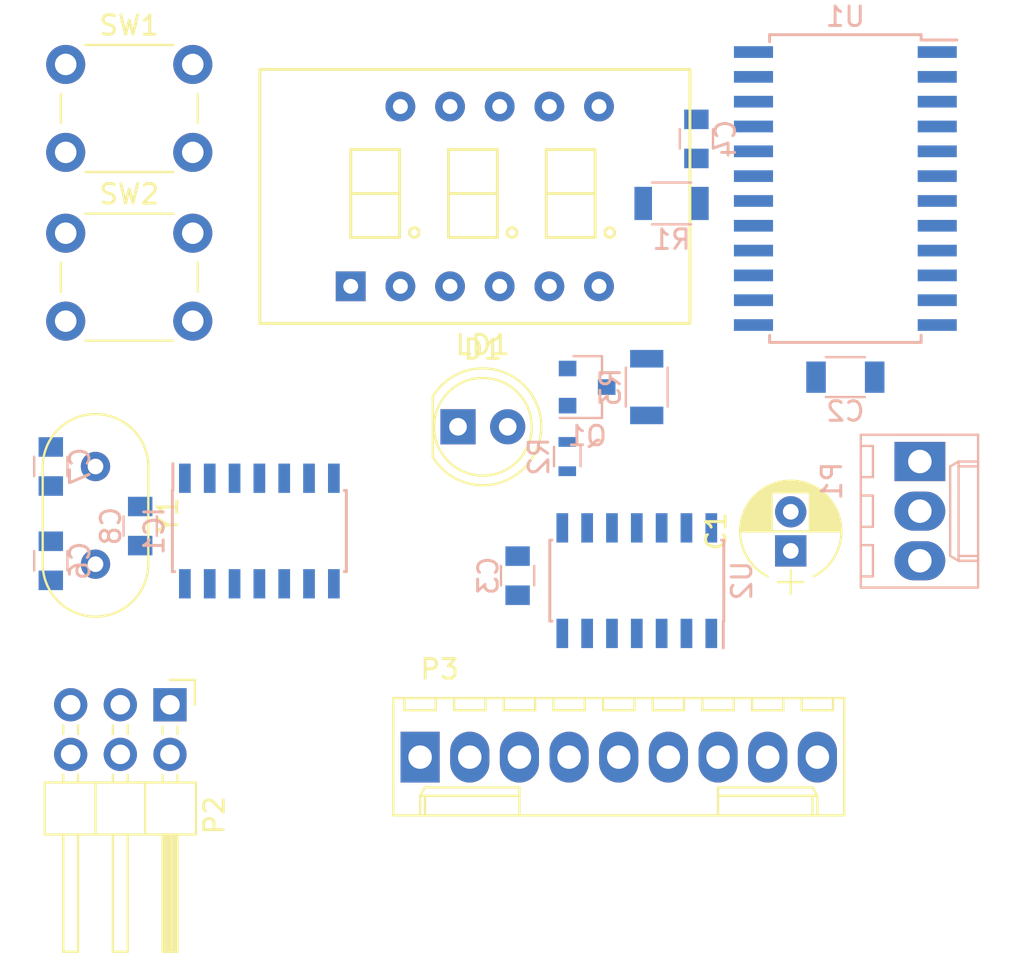
<source format=kicad_pcb>
(kicad_pcb (version 4) (host pcbnew 4.0.4-stable)

  (general
    (links 70)
    (no_connects 70)
    (area 0 0 0 0)
    (thickness 1.6)
    (drawings 0)
    (tracks 0)
    (zones 0)
    (modules 22)
    (nets 44)
  )

  (page A4)
  (layers
    (0 F.Cu signal)
    (31 B.Cu signal)
    (32 B.Adhes user)
    (33 F.Adhes user)
    (34 B.Paste user)
    (35 F.Paste user)
    (36 B.SilkS user)
    (37 F.SilkS user)
    (38 B.Mask user)
    (39 F.Mask user)
    (40 Dwgs.User user)
    (41 Cmts.User user)
    (42 Eco1.User user)
    (43 Eco2.User user)
    (44 Edge.Cuts user)
    (45 Margin user)
    (46 B.CrtYd user)
    (47 F.CrtYd user)
    (48 B.Fab user)
    (49 F.Fab user)
  )

  (setup
    (last_trace_width 0.25)
    (trace_clearance 0.2)
    (zone_clearance 0.508)
    (zone_45_only no)
    (trace_min 0.2)
    (segment_width 0.2)
    (edge_width 0.15)
    (via_size 0.6)
    (via_drill 0.4)
    (via_min_size 0.4)
    (via_min_drill 0.3)
    (uvia_size 0.3)
    (uvia_drill 0.1)
    (uvias_allowed no)
    (uvia_min_size 0.2)
    (uvia_min_drill 0.1)
    (pcb_text_width 0.3)
    (pcb_text_size 1.5 1.5)
    (mod_edge_width 0.15)
    (mod_text_size 1 1)
    (mod_text_width 0.15)
    (pad_size 1.524 1.524)
    (pad_drill 0.762)
    (pad_to_mask_clearance 0.2)
    (aux_axis_origin 0 0)
    (visible_elements FFFFFF7F)
    (pcbplotparams
      (layerselection 0x00030_80000001)
      (usegerberextensions false)
      (excludeedgelayer true)
      (linewidth 0.100000)
      (plotframeref false)
      (viasonmask false)
      (mode 1)
      (useauxorigin false)
      (hpglpennumber 1)
      (hpglpenspeed 20)
      (hpglpendiameter 15)
      (hpglpenoverlay 2)
      (psnegative false)
      (psa4output false)
      (plotreference true)
      (plotvalue true)
      (plotinvisibletext false)
      (padsonsilk false)
      (subtractmaskfromsilk false)
      (outputformat 1)
      (mirror false)
      (drillshape 1)
      (scaleselection 1)
      (outputdirectory ""))
  )

  (net 0 "")
  (net 1 VCC)
  (net 2 GND)
  (net 3 "Net-(C6-Pad2)")
  (net 4 "Net-(C7-Pad1)")
  (net 5 "Net-(D1-Pad2)")
  (net 6 "Net-(IC1-Pad4)")
  (net 7 "Net-(IC1-Pad5)")
  (net 8 PPQ_OUT)
  (net 9 "Net-(IC1-Pad7)")
  (net 10 "Net-(IC1-Pad8)")
  (net 11 "Net-(IC1-Pad9)")
  (net 12 "Net-(IC1-Pad10)")
  (net 13 "Net-(IC1-Pad11)")
  (net 14 "Net-(IC1-Pad12)")
  (net 15 THIRTYSECOND_OUT)
  (net 16 "Net-(LD1-Pad1)")
  (net 17 "Net-(LD1-Pad2)")
  (net 18 "Net-(LD1-Pad3)")
  (net 19 "Net-(LD1-Pad4)")
  (net 20 "Net-(LD1-Pad5)")
  (net 21 "Net-(LD1-Pad6)")
  (net 22 "Net-(LD1-Pad7)")
  (net 23 "Net-(LD1-Pad8)")
  (net 24 "Net-(LD1-Pad9)")
  (net 25 "Net-(LD1-Pad10)")
  (net 26 "Net-(LD1-Pad11)")
  (net 27 "Net-(P1-Pad1)")
  (net 28 SIXTEENTH_OUT)
  (net 29 EIGHTH_OUT)
  (net 30 QUARTER_OUT)
  (net 31 HALF_OUT)
  (net 32 WHOLE_OUT)
  (net 33 DOUBLE_OUT)
  (net 34 LONG_OUT)
  (net 35 "Net-(Q1-Pad1)")
  (net 36 "Net-(Q1-Pad3)")
  (net 37 "Net-(R1-Pad2)")
  (net 38 "Net-(U1-Pad3)")
  (net 39 "Net-(U1-Pad5)")
  (net 40 "Net-(U1-Pad7)")
  (net 41 "Net-(U1-Pad8)")
  (net 42 "Net-(U1-Pad10)")
  (net 43 "Net-(U1-Pad24)")

  (net_class Default "This is the default net class."
    (clearance 0.2)
    (trace_width 0.25)
    (via_dia 0.6)
    (via_drill 0.4)
    (uvia_dia 0.3)
    (uvia_drill 0.1)
    (add_net DOUBLE_OUT)
    (add_net EIGHTH_OUT)
    (add_net GND)
    (add_net HALF_OUT)
    (add_net LONG_OUT)
    (add_net "Net-(C6-Pad2)")
    (add_net "Net-(C7-Pad1)")
    (add_net "Net-(D1-Pad2)")
    (add_net "Net-(IC1-Pad10)")
    (add_net "Net-(IC1-Pad11)")
    (add_net "Net-(IC1-Pad12)")
    (add_net "Net-(IC1-Pad4)")
    (add_net "Net-(IC1-Pad5)")
    (add_net "Net-(IC1-Pad7)")
    (add_net "Net-(IC1-Pad8)")
    (add_net "Net-(IC1-Pad9)")
    (add_net "Net-(LD1-Pad1)")
    (add_net "Net-(LD1-Pad10)")
    (add_net "Net-(LD1-Pad11)")
    (add_net "Net-(LD1-Pad2)")
    (add_net "Net-(LD1-Pad3)")
    (add_net "Net-(LD1-Pad4)")
    (add_net "Net-(LD1-Pad5)")
    (add_net "Net-(LD1-Pad6)")
    (add_net "Net-(LD1-Pad7)")
    (add_net "Net-(LD1-Pad8)")
    (add_net "Net-(LD1-Pad9)")
    (add_net "Net-(P1-Pad1)")
    (add_net "Net-(Q1-Pad1)")
    (add_net "Net-(Q1-Pad3)")
    (add_net "Net-(R1-Pad2)")
    (add_net "Net-(U1-Pad10)")
    (add_net "Net-(U1-Pad24)")
    (add_net "Net-(U1-Pad3)")
    (add_net "Net-(U1-Pad5)")
    (add_net "Net-(U1-Pad7)")
    (add_net "Net-(U1-Pad8)")
    (add_net PPQ_OUT)
    (add_net QUARTER_OUT)
    (add_net SIXTEENTH_OUT)
    (add_net THIRTYSECOND_OUT)
    (add_net VCC)
    (add_net WHOLE_OUT)
  )

  (module Capacitors_ThroughHole:CP_Radial_D5.0mm_P2.00mm (layer F.Cu) (tedit 597BC7C2) (tstamp 5A1081F7)
    (at 176.022 100.076 90)
    (descr "CP, Radial series, Radial, pin pitch=2.00mm, , diameter=5mm, Electrolytic Capacitor")
    (tags "CP Radial series Radial pin pitch 2.00mm  diameter 5mm Electrolytic Capacitor")
    (path /5A109572)
    (fp_text reference C1 (at 1 -3.81 90) (layer F.SilkS)
      (effects (font (size 1 1) (thickness 0.15)))
    )
    (fp_text value 100u (at 1 3.81 90) (layer F.Fab)
      (effects (font (size 1 1) (thickness 0.15)))
    )
    (fp_arc (start 1 0) (end -1.30558 -1.18) (angle 125.8) (layer F.SilkS) (width 0.12))
    (fp_arc (start 1 0) (end -1.30558 1.18) (angle -125.8) (layer F.SilkS) (width 0.12))
    (fp_arc (start 1 0) (end 3.30558 -1.18) (angle 54.2) (layer F.SilkS) (width 0.12))
    (fp_circle (center 1 0) (end 3.5 0) (layer F.Fab) (width 0.1))
    (fp_line (start -2.2 0) (end -1 0) (layer F.Fab) (width 0.1))
    (fp_line (start -1.6 -0.65) (end -1.6 0.65) (layer F.Fab) (width 0.1))
    (fp_line (start 1 -2.55) (end 1 2.55) (layer F.SilkS) (width 0.12))
    (fp_line (start 1.04 -2.55) (end 1.04 -0.98) (layer F.SilkS) (width 0.12))
    (fp_line (start 1.04 0.98) (end 1.04 2.55) (layer F.SilkS) (width 0.12))
    (fp_line (start 1.08 -2.549) (end 1.08 -0.98) (layer F.SilkS) (width 0.12))
    (fp_line (start 1.08 0.98) (end 1.08 2.549) (layer F.SilkS) (width 0.12))
    (fp_line (start 1.12 -2.548) (end 1.12 -0.98) (layer F.SilkS) (width 0.12))
    (fp_line (start 1.12 0.98) (end 1.12 2.548) (layer F.SilkS) (width 0.12))
    (fp_line (start 1.16 -2.546) (end 1.16 -0.98) (layer F.SilkS) (width 0.12))
    (fp_line (start 1.16 0.98) (end 1.16 2.546) (layer F.SilkS) (width 0.12))
    (fp_line (start 1.2 -2.543) (end 1.2 -0.98) (layer F.SilkS) (width 0.12))
    (fp_line (start 1.2 0.98) (end 1.2 2.543) (layer F.SilkS) (width 0.12))
    (fp_line (start 1.24 -2.539) (end 1.24 -0.98) (layer F.SilkS) (width 0.12))
    (fp_line (start 1.24 0.98) (end 1.24 2.539) (layer F.SilkS) (width 0.12))
    (fp_line (start 1.28 -2.535) (end 1.28 -0.98) (layer F.SilkS) (width 0.12))
    (fp_line (start 1.28 0.98) (end 1.28 2.535) (layer F.SilkS) (width 0.12))
    (fp_line (start 1.32 -2.531) (end 1.32 -0.98) (layer F.SilkS) (width 0.12))
    (fp_line (start 1.32 0.98) (end 1.32 2.531) (layer F.SilkS) (width 0.12))
    (fp_line (start 1.36 -2.525) (end 1.36 -0.98) (layer F.SilkS) (width 0.12))
    (fp_line (start 1.36 0.98) (end 1.36 2.525) (layer F.SilkS) (width 0.12))
    (fp_line (start 1.4 -2.519) (end 1.4 -0.98) (layer F.SilkS) (width 0.12))
    (fp_line (start 1.4 0.98) (end 1.4 2.519) (layer F.SilkS) (width 0.12))
    (fp_line (start 1.44 -2.513) (end 1.44 -0.98) (layer F.SilkS) (width 0.12))
    (fp_line (start 1.44 0.98) (end 1.44 2.513) (layer F.SilkS) (width 0.12))
    (fp_line (start 1.48 -2.506) (end 1.48 -0.98) (layer F.SilkS) (width 0.12))
    (fp_line (start 1.48 0.98) (end 1.48 2.506) (layer F.SilkS) (width 0.12))
    (fp_line (start 1.52 -2.498) (end 1.52 -0.98) (layer F.SilkS) (width 0.12))
    (fp_line (start 1.52 0.98) (end 1.52 2.498) (layer F.SilkS) (width 0.12))
    (fp_line (start 1.56 -2.489) (end 1.56 -0.98) (layer F.SilkS) (width 0.12))
    (fp_line (start 1.56 0.98) (end 1.56 2.489) (layer F.SilkS) (width 0.12))
    (fp_line (start 1.6 -2.48) (end 1.6 -0.98) (layer F.SilkS) (width 0.12))
    (fp_line (start 1.6 0.98) (end 1.6 2.48) (layer F.SilkS) (width 0.12))
    (fp_line (start 1.64 -2.47) (end 1.64 -0.98) (layer F.SilkS) (width 0.12))
    (fp_line (start 1.64 0.98) (end 1.64 2.47) (layer F.SilkS) (width 0.12))
    (fp_line (start 1.68 -2.46) (end 1.68 -0.98) (layer F.SilkS) (width 0.12))
    (fp_line (start 1.68 0.98) (end 1.68 2.46) (layer F.SilkS) (width 0.12))
    (fp_line (start 1.721 -2.448) (end 1.721 -0.98) (layer F.SilkS) (width 0.12))
    (fp_line (start 1.721 0.98) (end 1.721 2.448) (layer F.SilkS) (width 0.12))
    (fp_line (start 1.761 -2.436) (end 1.761 -0.98) (layer F.SilkS) (width 0.12))
    (fp_line (start 1.761 0.98) (end 1.761 2.436) (layer F.SilkS) (width 0.12))
    (fp_line (start 1.801 -2.424) (end 1.801 -0.98) (layer F.SilkS) (width 0.12))
    (fp_line (start 1.801 0.98) (end 1.801 2.424) (layer F.SilkS) (width 0.12))
    (fp_line (start 1.841 -2.41) (end 1.841 -0.98) (layer F.SilkS) (width 0.12))
    (fp_line (start 1.841 0.98) (end 1.841 2.41) (layer F.SilkS) (width 0.12))
    (fp_line (start 1.881 -2.396) (end 1.881 -0.98) (layer F.SilkS) (width 0.12))
    (fp_line (start 1.881 0.98) (end 1.881 2.396) (layer F.SilkS) (width 0.12))
    (fp_line (start 1.921 -2.382) (end 1.921 -0.98) (layer F.SilkS) (width 0.12))
    (fp_line (start 1.921 0.98) (end 1.921 2.382) (layer F.SilkS) (width 0.12))
    (fp_line (start 1.961 -2.366) (end 1.961 -0.98) (layer F.SilkS) (width 0.12))
    (fp_line (start 1.961 0.98) (end 1.961 2.366) (layer F.SilkS) (width 0.12))
    (fp_line (start 2.001 -2.35) (end 2.001 -0.98) (layer F.SilkS) (width 0.12))
    (fp_line (start 2.001 0.98) (end 2.001 2.35) (layer F.SilkS) (width 0.12))
    (fp_line (start 2.041 -2.333) (end 2.041 -0.98) (layer F.SilkS) (width 0.12))
    (fp_line (start 2.041 0.98) (end 2.041 2.333) (layer F.SilkS) (width 0.12))
    (fp_line (start 2.081 -2.315) (end 2.081 -0.98) (layer F.SilkS) (width 0.12))
    (fp_line (start 2.081 0.98) (end 2.081 2.315) (layer F.SilkS) (width 0.12))
    (fp_line (start 2.121 -2.296) (end 2.121 -0.98) (layer F.SilkS) (width 0.12))
    (fp_line (start 2.121 0.98) (end 2.121 2.296) (layer F.SilkS) (width 0.12))
    (fp_line (start 2.161 -2.276) (end 2.161 -0.98) (layer F.SilkS) (width 0.12))
    (fp_line (start 2.161 0.98) (end 2.161 2.276) (layer F.SilkS) (width 0.12))
    (fp_line (start 2.201 -2.256) (end 2.201 -0.98) (layer F.SilkS) (width 0.12))
    (fp_line (start 2.201 0.98) (end 2.201 2.256) (layer F.SilkS) (width 0.12))
    (fp_line (start 2.241 -2.234) (end 2.241 -0.98) (layer F.SilkS) (width 0.12))
    (fp_line (start 2.241 0.98) (end 2.241 2.234) (layer F.SilkS) (width 0.12))
    (fp_line (start 2.281 -2.212) (end 2.281 -0.98) (layer F.SilkS) (width 0.12))
    (fp_line (start 2.281 0.98) (end 2.281 2.212) (layer F.SilkS) (width 0.12))
    (fp_line (start 2.321 -2.189) (end 2.321 -0.98) (layer F.SilkS) (width 0.12))
    (fp_line (start 2.321 0.98) (end 2.321 2.189) (layer F.SilkS) (width 0.12))
    (fp_line (start 2.361 -2.165) (end 2.361 -0.98) (layer F.SilkS) (width 0.12))
    (fp_line (start 2.361 0.98) (end 2.361 2.165) (layer F.SilkS) (width 0.12))
    (fp_line (start 2.401 -2.14) (end 2.401 -0.98) (layer F.SilkS) (width 0.12))
    (fp_line (start 2.401 0.98) (end 2.401 2.14) (layer F.SilkS) (width 0.12))
    (fp_line (start 2.441 -2.113) (end 2.441 -0.98) (layer F.SilkS) (width 0.12))
    (fp_line (start 2.441 0.98) (end 2.441 2.113) (layer F.SilkS) (width 0.12))
    (fp_line (start 2.481 -2.086) (end 2.481 -0.98) (layer F.SilkS) (width 0.12))
    (fp_line (start 2.481 0.98) (end 2.481 2.086) (layer F.SilkS) (width 0.12))
    (fp_line (start 2.521 -2.058) (end 2.521 -0.98) (layer F.SilkS) (width 0.12))
    (fp_line (start 2.521 0.98) (end 2.521 2.058) (layer F.SilkS) (width 0.12))
    (fp_line (start 2.561 -2.028) (end 2.561 -0.98) (layer F.SilkS) (width 0.12))
    (fp_line (start 2.561 0.98) (end 2.561 2.028) (layer F.SilkS) (width 0.12))
    (fp_line (start 2.601 -1.997) (end 2.601 -0.98) (layer F.SilkS) (width 0.12))
    (fp_line (start 2.601 0.98) (end 2.601 1.997) (layer F.SilkS) (width 0.12))
    (fp_line (start 2.641 -1.965) (end 2.641 -0.98) (layer F.SilkS) (width 0.12))
    (fp_line (start 2.641 0.98) (end 2.641 1.965) (layer F.SilkS) (width 0.12))
    (fp_line (start 2.681 -1.932) (end 2.681 -0.98) (layer F.SilkS) (width 0.12))
    (fp_line (start 2.681 0.98) (end 2.681 1.932) (layer F.SilkS) (width 0.12))
    (fp_line (start 2.721 -1.897) (end 2.721 -0.98) (layer F.SilkS) (width 0.12))
    (fp_line (start 2.721 0.98) (end 2.721 1.897) (layer F.SilkS) (width 0.12))
    (fp_line (start 2.761 -1.861) (end 2.761 -0.98) (layer F.SilkS) (width 0.12))
    (fp_line (start 2.761 0.98) (end 2.761 1.861) (layer F.SilkS) (width 0.12))
    (fp_line (start 2.801 -1.823) (end 2.801 -0.98) (layer F.SilkS) (width 0.12))
    (fp_line (start 2.801 0.98) (end 2.801 1.823) (layer F.SilkS) (width 0.12))
    (fp_line (start 2.841 -1.783) (end 2.841 -0.98) (layer F.SilkS) (width 0.12))
    (fp_line (start 2.841 0.98) (end 2.841 1.783) (layer F.SilkS) (width 0.12))
    (fp_line (start 2.881 -1.742) (end 2.881 -0.98) (layer F.SilkS) (width 0.12))
    (fp_line (start 2.881 0.98) (end 2.881 1.742) (layer F.SilkS) (width 0.12))
    (fp_line (start 2.921 -1.699) (end 2.921 -0.98) (layer F.SilkS) (width 0.12))
    (fp_line (start 2.921 0.98) (end 2.921 1.699) (layer F.SilkS) (width 0.12))
    (fp_line (start 2.961 -1.654) (end 2.961 -0.98) (layer F.SilkS) (width 0.12))
    (fp_line (start 2.961 0.98) (end 2.961 1.654) (layer F.SilkS) (width 0.12))
    (fp_line (start 3.001 -1.606) (end 3.001 1.606) (layer F.SilkS) (width 0.12))
    (fp_line (start 3.041 -1.556) (end 3.041 1.556) (layer F.SilkS) (width 0.12))
    (fp_line (start 3.081 -1.504) (end 3.081 1.504) (layer F.SilkS) (width 0.12))
    (fp_line (start 3.121 -1.448) (end 3.121 1.448) (layer F.SilkS) (width 0.12))
    (fp_line (start 3.161 -1.39) (end 3.161 1.39) (layer F.SilkS) (width 0.12))
    (fp_line (start 3.201 -1.327) (end 3.201 1.327) (layer F.SilkS) (width 0.12))
    (fp_line (start 3.241 -1.261) (end 3.241 1.261) (layer F.SilkS) (width 0.12))
    (fp_line (start 3.281 -1.189) (end 3.281 1.189) (layer F.SilkS) (width 0.12))
    (fp_line (start 3.321 -1.112) (end 3.321 1.112) (layer F.SilkS) (width 0.12))
    (fp_line (start 3.361 -1.028) (end 3.361 1.028) (layer F.SilkS) (width 0.12))
    (fp_line (start 3.401 -0.934) (end 3.401 0.934) (layer F.SilkS) (width 0.12))
    (fp_line (start 3.441 -0.829) (end 3.441 0.829) (layer F.SilkS) (width 0.12))
    (fp_line (start 3.481 -0.707) (end 3.481 0.707) (layer F.SilkS) (width 0.12))
    (fp_line (start 3.521 -0.559) (end 3.521 0.559) (layer F.SilkS) (width 0.12))
    (fp_line (start 3.561 -0.354) (end 3.561 0.354) (layer F.SilkS) (width 0.12))
    (fp_line (start -2.2 0) (end -1 0) (layer F.SilkS) (width 0.12))
    (fp_line (start -1.6 -0.65) (end -1.6 0.65) (layer F.SilkS) (width 0.12))
    (fp_line (start -1.85 -2.85) (end -1.85 2.85) (layer F.CrtYd) (width 0.05))
    (fp_line (start -1.85 2.85) (end 3.85 2.85) (layer F.CrtYd) (width 0.05))
    (fp_line (start 3.85 2.85) (end 3.85 -2.85) (layer F.CrtYd) (width 0.05))
    (fp_line (start 3.85 -2.85) (end -1.85 -2.85) (layer F.CrtYd) (width 0.05))
    (fp_text user %R (at 1 0 90) (layer F.Fab)
      (effects (font (size 1 1) (thickness 0.15)))
    )
    (pad 1 thru_hole rect (at 0 0 90) (size 1.6 1.6) (drill 0.8) (layers *.Cu *.Mask)
      (net 1 VCC))
    (pad 2 thru_hole circle (at 2 0 90) (size 1.6 1.6) (drill 0.8) (layers *.Cu *.Mask)
      (net 2 GND))
    (model ${KISYS3DMOD}/Capacitors_THT.3dshapes/CP_Radial_D5.0mm_P2.00mm.wrl
      (at (xyz 0 0 0))
      (scale (xyz 1 1 1))
      (rotate (xyz 0 0 0))
    )
  )

  (module Capacitors_SMD:C_1206 (layer B.Cu) (tedit 58AA84B8) (tstamp 5A1081FD)
    (at 178.816 91.186)
    (descr "Capacitor SMD 1206, reflow soldering, AVX (see smccp.pdf)")
    (tags "capacitor 1206")
    (path /5A1044F4)
    (attr smd)
    (fp_text reference C2 (at 0 1.75) (layer B.SilkS)
      (effects (font (size 1 1) (thickness 0.15)) (justify mirror))
    )
    (fp_text value 10u (at 0 -2) (layer B.Fab)
      (effects (font (size 1 1) (thickness 0.15)) (justify mirror))
    )
    (fp_text user %R (at 0 1.75) (layer B.Fab)
      (effects (font (size 1 1) (thickness 0.15)) (justify mirror))
    )
    (fp_line (start -1.6 -0.8) (end -1.6 0.8) (layer B.Fab) (width 0.1))
    (fp_line (start 1.6 -0.8) (end -1.6 -0.8) (layer B.Fab) (width 0.1))
    (fp_line (start 1.6 0.8) (end 1.6 -0.8) (layer B.Fab) (width 0.1))
    (fp_line (start -1.6 0.8) (end 1.6 0.8) (layer B.Fab) (width 0.1))
    (fp_line (start 1 1.02) (end -1 1.02) (layer B.SilkS) (width 0.12))
    (fp_line (start -1 -1.02) (end 1 -1.02) (layer B.SilkS) (width 0.12))
    (fp_line (start -2.25 1.05) (end 2.25 1.05) (layer B.CrtYd) (width 0.05))
    (fp_line (start -2.25 1.05) (end -2.25 -1.05) (layer B.CrtYd) (width 0.05))
    (fp_line (start 2.25 -1.05) (end 2.25 1.05) (layer B.CrtYd) (width 0.05))
    (fp_line (start 2.25 -1.05) (end -2.25 -1.05) (layer B.CrtYd) (width 0.05))
    (pad 1 smd rect (at -1.5 0) (size 1 1.6) (layers B.Cu B.Paste B.Mask)
      (net 1 VCC))
    (pad 2 smd rect (at 1.5 0) (size 1 1.6) (layers B.Cu B.Paste B.Mask)
      (net 2 GND))
    (model Capacitors_SMD.3dshapes/C_1206.wrl
      (at (xyz 0 0 0))
      (scale (xyz 1 1 1))
      (rotate (xyz 0 0 0))
    )
  )

  (module Capacitors_SMD:C_0805 (layer B.Cu) (tedit 58AA8463) (tstamp 5A108203)
    (at 162.052 101.346 270)
    (descr "Capacitor SMD 0805, reflow soldering, AVX (see smccp.pdf)")
    (tags "capacitor 0805")
    (path /5A105034)
    (attr smd)
    (fp_text reference C3 (at 0 1.5 270) (layer B.SilkS)
      (effects (font (size 1 1) (thickness 0.15)) (justify mirror))
    )
    (fp_text value 100n (at 0 -1.75 270) (layer B.Fab)
      (effects (font (size 1 1) (thickness 0.15)) (justify mirror))
    )
    (fp_text user %R (at 0 1.5 270) (layer B.Fab)
      (effects (font (size 1 1) (thickness 0.15)) (justify mirror))
    )
    (fp_line (start -1 -0.62) (end -1 0.62) (layer B.Fab) (width 0.1))
    (fp_line (start 1 -0.62) (end -1 -0.62) (layer B.Fab) (width 0.1))
    (fp_line (start 1 0.62) (end 1 -0.62) (layer B.Fab) (width 0.1))
    (fp_line (start -1 0.62) (end 1 0.62) (layer B.Fab) (width 0.1))
    (fp_line (start 0.5 0.85) (end -0.5 0.85) (layer B.SilkS) (width 0.12))
    (fp_line (start -0.5 -0.85) (end 0.5 -0.85) (layer B.SilkS) (width 0.12))
    (fp_line (start -1.75 0.88) (end 1.75 0.88) (layer B.CrtYd) (width 0.05))
    (fp_line (start -1.75 0.88) (end -1.75 -0.87) (layer B.CrtYd) (width 0.05))
    (fp_line (start 1.75 -0.87) (end 1.75 0.88) (layer B.CrtYd) (width 0.05))
    (fp_line (start 1.75 -0.87) (end -1.75 -0.87) (layer B.CrtYd) (width 0.05))
    (pad 1 smd rect (at -1 0 270) (size 1 1.25) (layers B.Cu B.Paste B.Mask)
      (net 1 VCC))
    (pad 2 smd rect (at 1 0 270) (size 1 1.25) (layers B.Cu B.Paste B.Mask)
      (net 2 GND))
    (model Capacitors_SMD.3dshapes/C_0805.wrl
      (at (xyz 0 0 0))
      (scale (xyz 1 1 1))
      (rotate (xyz 0 0 0))
    )
  )

  (module Capacitors_SMD:C_0805 (layer B.Cu) (tedit 58AA8463) (tstamp 5A108209)
    (at 171.196 78.994 90)
    (descr "Capacitor SMD 0805, reflow soldering, AVX (see smccp.pdf)")
    (tags "capacitor 0805")
    (path /5A10416F)
    (attr smd)
    (fp_text reference C4 (at 0 1.5 90) (layer B.SilkS)
      (effects (font (size 1 1) (thickness 0.15)) (justify mirror))
    )
    (fp_text value 100n (at 0 -1.75 90) (layer B.Fab)
      (effects (font (size 1 1) (thickness 0.15)) (justify mirror))
    )
    (fp_text user %R (at 0 1.5 90) (layer B.Fab)
      (effects (font (size 1 1) (thickness 0.15)) (justify mirror))
    )
    (fp_line (start -1 -0.62) (end -1 0.62) (layer B.Fab) (width 0.1))
    (fp_line (start 1 -0.62) (end -1 -0.62) (layer B.Fab) (width 0.1))
    (fp_line (start 1 0.62) (end 1 -0.62) (layer B.Fab) (width 0.1))
    (fp_line (start -1 0.62) (end 1 0.62) (layer B.Fab) (width 0.1))
    (fp_line (start 0.5 0.85) (end -0.5 0.85) (layer B.SilkS) (width 0.12))
    (fp_line (start -0.5 -0.85) (end 0.5 -0.85) (layer B.SilkS) (width 0.12))
    (fp_line (start -1.75 0.88) (end 1.75 0.88) (layer B.CrtYd) (width 0.05))
    (fp_line (start -1.75 0.88) (end -1.75 -0.87) (layer B.CrtYd) (width 0.05))
    (fp_line (start 1.75 -0.87) (end 1.75 0.88) (layer B.CrtYd) (width 0.05))
    (fp_line (start 1.75 -0.87) (end -1.75 -0.87) (layer B.CrtYd) (width 0.05))
    (pad 1 smd rect (at -1 0 90) (size 1 1.25) (layers B.Cu B.Paste B.Mask)
      (net 1 VCC))
    (pad 2 smd rect (at 1 0 90) (size 1 1.25) (layers B.Cu B.Paste B.Mask)
      (net 2 GND))
    (model Capacitors_SMD.3dshapes/C_0805.wrl
      (at (xyz 0 0 0))
      (scale (xyz 1 1 1))
      (rotate (xyz 0 0 0))
    )
  )

  (module Capacitors_SMD:C_0805 (layer B.Cu) (tedit 58AA8463) (tstamp 5A108215)
    (at 138.176 100.584 90)
    (descr "Capacitor SMD 0805, reflow soldering, AVX (see smccp.pdf)")
    (tags "capacitor 0805")
    (path /5A1040D8)
    (attr smd)
    (fp_text reference C6 (at 0 1.5 90) (layer B.SilkS)
      (effects (font (size 1 1) (thickness 0.15)) (justify mirror))
    )
    (fp_text value 100p (at 0 -1.75 90) (layer B.Fab)
      (effects (font (size 1 1) (thickness 0.15)) (justify mirror))
    )
    (fp_text user %R (at 0 1.5 90) (layer B.Fab)
      (effects (font (size 1 1) (thickness 0.15)) (justify mirror))
    )
    (fp_line (start -1 -0.62) (end -1 0.62) (layer B.Fab) (width 0.1))
    (fp_line (start 1 -0.62) (end -1 -0.62) (layer B.Fab) (width 0.1))
    (fp_line (start 1 0.62) (end 1 -0.62) (layer B.Fab) (width 0.1))
    (fp_line (start -1 0.62) (end 1 0.62) (layer B.Fab) (width 0.1))
    (fp_line (start 0.5 0.85) (end -0.5 0.85) (layer B.SilkS) (width 0.12))
    (fp_line (start -0.5 -0.85) (end 0.5 -0.85) (layer B.SilkS) (width 0.12))
    (fp_line (start -1.75 0.88) (end 1.75 0.88) (layer B.CrtYd) (width 0.05))
    (fp_line (start -1.75 0.88) (end -1.75 -0.87) (layer B.CrtYd) (width 0.05))
    (fp_line (start 1.75 -0.87) (end 1.75 0.88) (layer B.CrtYd) (width 0.05))
    (fp_line (start 1.75 -0.87) (end -1.75 -0.87) (layer B.CrtYd) (width 0.05))
    (pad 1 smd rect (at -1 0 90) (size 1 1.25) (layers B.Cu B.Paste B.Mask)
      (net 2 GND))
    (pad 2 smd rect (at 1 0 90) (size 1 1.25) (layers B.Cu B.Paste B.Mask)
      (net 3 "Net-(C6-Pad2)"))
    (model Capacitors_SMD.3dshapes/C_0805.wrl
      (at (xyz 0 0 0))
      (scale (xyz 1 1 1))
      (rotate (xyz 0 0 0))
    )
  )

  (module Capacitors_SMD:C_0805 (layer B.Cu) (tedit 58AA8463) (tstamp 5A10821B)
    (at 138.176 95.758 90)
    (descr "Capacitor SMD 0805, reflow soldering, AVX (see smccp.pdf)")
    (tags "capacitor 0805")
    (path /5A10401D)
    (attr smd)
    (fp_text reference C7 (at 0 1.5 90) (layer B.SilkS)
      (effects (font (size 1 1) (thickness 0.15)) (justify mirror))
    )
    (fp_text value 100p (at 0 -1.75 90) (layer B.Fab)
      (effects (font (size 1 1) (thickness 0.15)) (justify mirror))
    )
    (fp_text user %R (at 0 1.5 90) (layer B.Fab)
      (effects (font (size 1 1) (thickness 0.15)) (justify mirror))
    )
    (fp_line (start -1 -0.62) (end -1 0.62) (layer B.Fab) (width 0.1))
    (fp_line (start 1 -0.62) (end -1 -0.62) (layer B.Fab) (width 0.1))
    (fp_line (start 1 0.62) (end 1 -0.62) (layer B.Fab) (width 0.1))
    (fp_line (start -1 0.62) (end 1 0.62) (layer B.Fab) (width 0.1))
    (fp_line (start 0.5 0.85) (end -0.5 0.85) (layer B.SilkS) (width 0.12))
    (fp_line (start -0.5 -0.85) (end 0.5 -0.85) (layer B.SilkS) (width 0.12))
    (fp_line (start -1.75 0.88) (end 1.75 0.88) (layer B.CrtYd) (width 0.05))
    (fp_line (start -1.75 0.88) (end -1.75 -0.87) (layer B.CrtYd) (width 0.05))
    (fp_line (start 1.75 -0.87) (end 1.75 0.88) (layer B.CrtYd) (width 0.05))
    (fp_line (start 1.75 -0.87) (end -1.75 -0.87) (layer B.CrtYd) (width 0.05))
    (pad 1 smd rect (at -1 0 90) (size 1 1.25) (layers B.Cu B.Paste B.Mask)
      (net 4 "Net-(C7-Pad1)"))
    (pad 2 smd rect (at 1 0 90) (size 1 1.25) (layers B.Cu B.Paste B.Mask)
      (net 2 GND))
    (model Capacitors_SMD.3dshapes/C_0805.wrl
      (at (xyz 0 0 0))
      (scale (xyz 1 1 1))
      (rotate (xyz 0 0 0))
    )
  )

  (module Capacitors_SMD:C_0805 (layer B.Cu) (tedit 58AA8463) (tstamp 5A108221)
    (at 142.748 98.806 270)
    (descr "Capacitor SMD 0805, reflow soldering, AVX (see smccp.pdf)")
    (tags "capacitor 0805")
    (path /5A11A466)
    (attr smd)
    (fp_text reference C8 (at 0 1.5 270) (layer B.SilkS)
      (effects (font (size 1 1) (thickness 0.15)) (justify mirror))
    )
    (fp_text value 100n (at 0 -1.75 270) (layer B.Fab)
      (effects (font (size 1 1) (thickness 0.15)) (justify mirror))
    )
    (fp_text user %R (at 0 1.5 270) (layer B.Fab)
      (effects (font (size 1 1) (thickness 0.15)) (justify mirror))
    )
    (fp_line (start -1 -0.62) (end -1 0.62) (layer B.Fab) (width 0.1))
    (fp_line (start 1 -0.62) (end -1 -0.62) (layer B.Fab) (width 0.1))
    (fp_line (start 1 0.62) (end 1 -0.62) (layer B.Fab) (width 0.1))
    (fp_line (start -1 0.62) (end 1 0.62) (layer B.Fab) (width 0.1))
    (fp_line (start 0.5 0.85) (end -0.5 0.85) (layer B.SilkS) (width 0.12))
    (fp_line (start -0.5 -0.85) (end 0.5 -0.85) (layer B.SilkS) (width 0.12))
    (fp_line (start -1.75 0.88) (end 1.75 0.88) (layer B.CrtYd) (width 0.05))
    (fp_line (start -1.75 0.88) (end -1.75 -0.87) (layer B.CrtYd) (width 0.05))
    (fp_line (start 1.75 -0.87) (end 1.75 0.88) (layer B.CrtYd) (width 0.05))
    (fp_line (start 1.75 -0.87) (end -1.75 -0.87) (layer B.CrtYd) (width 0.05))
    (pad 1 smd rect (at -1 0 270) (size 1 1.25) (layers B.Cu B.Paste B.Mask)
      (net 1 VCC))
    (pad 2 smd rect (at 1 0 270) (size 1 1.25) (layers B.Cu B.Paste B.Mask)
      (net 2 GND))
    (model Capacitors_SMD.3dshapes/C_0805.wrl
      (at (xyz 0 0 0))
      (scale (xyz 1 1 1))
      (rotate (xyz 0 0 0))
    )
  )

  (module LEDs:LED_D5.0mm (layer F.Cu) (tedit 5995936A) (tstamp 5A108227)
    (at 159.004 93.726)
    (descr "LED, diameter 5.0mm, 2 pins, http://cdn-reichelt.de/documents/datenblatt/A500/LL-504BC2E-009.pdf")
    (tags "LED diameter 5.0mm 2 pins")
    (path /5A131256)
    (fp_text reference D1 (at 1.27 -3.96) (layer F.SilkS)
      (effects (font (size 1 1) (thickness 0.15)))
    )
    (fp_text value LED (at 1.27 3.96) (layer F.Fab)
      (effects (font (size 1 1) (thickness 0.15)))
    )
    (fp_arc (start 1.27 0) (end -1.23 -1.469694) (angle 299.1) (layer F.Fab) (width 0.1))
    (fp_arc (start 1.27 0) (end -1.29 -1.54483) (angle 148.9) (layer F.SilkS) (width 0.12))
    (fp_arc (start 1.27 0) (end -1.29 1.54483) (angle -148.9) (layer F.SilkS) (width 0.12))
    (fp_circle (center 1.27 0) (end 3.77 0) (layer F.Fab) (width 0.1))
    (fp_circle (center 1.27 0) (end 3.77 0) (layer F.SilkS) (width 0.12))
    (fp_line (start -1.23 -1.469694) (end -1.23 1.469694) (layer F.Fab) (width 0.1))
    (fp_line (start -1.29 -1.545) (end -1.29 1.545) (layer F.SilkS) (width 0.12))
    (fp_line (start -1.95 -3.25) (end -1.95 3.25) (layer F.CrtYd) (width 0.05))
    (fp_line (start -1.95 3.25) (end 4.5 3.25) (layer F.CrtYd) (width 0.05))
    (fp_line (start 4.5 3.25) (end 4.5 -3.25) (layer F.CrtYd) (width 0.05))
    (fp_line (start 4.5 -3.25) (end -1.95 -3.25) (layer F.CrtYd) (width 0.05))
    (fp_text user %R (at 1.25 0) (layer F.Fab)
      (effects (font (size 0.8 0.8) (thickness 0.2)))
    )
    (pad 1 thru_hole rect (at 0 0) (size 1.8 1.8) (drill 0.9) (layers *.Cu *.Mask)
      (net 2 GND))
    (pad 2 thru_hole circle (at 2.54 0) (size 1.8 1.8) (drill 0.9) (layers *.Cu *.Mask)
      (net 5 "Net-(D1-Pad2)"))
    (model ${KISYS3DMOD}/LEDs.3dshapes/LED_D5.0mm.wrl
      (at (xyz 0 0 0))
      (scale (xyz 0.393701 0.393701 0.393701))
      (rotate (xyz 0 0 0))
    )
  )

  (module Housings_SOIC:SOIC-14_3.9x8.7mm_Pitch1.27mm (layer B.Cu) (tedit 58CC8F64) (tstamp 5A10824A)
    (at 148.844 99.06 270)
    (descr "14-Lead Plastic Small Outline (SL) - Narrow, 3.90 mm Body [SOIC] (see Microchip Packaging Specification 00000049BS.pdf)")
    (tags "SOIC 1.27")
    (path /5A102613)
    (attr smd)
    (fp_text reference IC1 (at 0 5.375 270) (layer B.SilkS)
      (effects (font (size 1 1) (thickness 0.15)) (justify mirror))
    )
    (fp_text value ATTINY84-S (at 0 -5.375 270) (layer B.Fab)
      (effects (font (size 1 1) (thickness 0.15)) (justify mirror))
    )
    (fp_text user %R (at 0 0 270) (layer B.Fab)
      (effects (font (size 0.9 0.9) (thickness 0.135)) (justify mirror))
    )
    (fp_line (start -0.95 4.35) (end 1.95 4.35) (layer B.Fab) (width 0.15))
    (fp_line (start 1.95 4.35) (end 1.95 -4.35) (layer B.Fab) (width 0.15))
    (fp_line (start 1.95 -4.35) (end -1.95 -4.35) (layer B.Fab) (width 0.15))
    (fp_line (start -1.95 -4.35) (end -1.95 3.35) (layer B.Fab) (width 0.15))
    (fp_line (start -1.95 3.35) (end -0.95 4.35) (layer B.Fab) (width 0.15))
    (fp_line (start -3.7 4.65) (end -3.7 -4.65) (layer B.CrtYd) (width 0.05))
    (fp_line (start 3.7 4.65) (end 3.7 -4.65) (layer B.CrtYd) (width 0.05))
    (fp_line (start -3.7 4.65) (end 3.7 4.65) (layer B.CrtYd) (width 0.05))
    (fp_line (start -3.7 -4.65) (end 3.7 -4.65) (layer B.CrtYd) (width 0.05))
    (fp_line (start -2.075 4.45) (end -2.075 4.425) (layer B.SilkS) (width 0.15))
    (fp_line (start 2.075 4.45) (end 2.075 4.335) (layer B.SilkS) (width 0.15))
    (fp_line (start 2.075 -4.45) (end 2.075 -4.335) (layer B.SilkS) (width 0.15))
    (fp_line (start -2.075 -4.45) (end -2.075 -4.335) (layer B.SilkS) (width 0.15))
    (fp_line (start -2.075 4.45) (end 2.075 4.45) (layer B.SilkS) (width 0.15))
    (fp_line (start -2.075 -4.45) (end 2.075 -4.45) (layer B.SilkS) (width 0.15))
    (fp_line (start -2.075 4.425) (end -3.45 4.425) (layer B.SilkS) (width 0.15))
    (pad 1 smd rect (at -2.7 3.81 270) (size 1.5 0.6) (layers B.Cu B.Paste B.Mask)
      (net 1 VCC))
    (pad 2 smd rect (at -2.7 2.54 270) (size 1.5 0.6) (layers B.Cu B.Paste B.Mask)
      (net 3 "Net-(C6-Pad2)"))
    (pad 3 smd rect (at -2.7 1.27 270) (size 1.5 0.6) (layers B.Cu B.Paste B.Mask)
      (net 4 "Net-(C7-Pad1)"))
    (pad 4 smd rect (at -2.7 0 270) (size 1.5 0.6) (layers B.Cu B.Paste B.Mask)
      (net 6 "Net-(IC1-Pad4)"))
    (pad 5 smd rect (at -2.7 -1.27 270) (size 1.5 0.6) (layers B.Cu B.Paste B.Mask)
      (net 7 "Net-(IC1-Pad5)"))
    (pad 6 smd rect (at -2.7 -2.54 270) (size 1.5 0.6) (layers B.Cu B.Paste B.Mask)
      (net 8 PPQ_OUT))
    (pad 7 smd rect (at -2.7 -3.81 270) (size 1.5 0.6) (layers B.Cu B.Paste B.Mask)
      (net 9 "Net-(IC1-Pad7)"))
    (pad 8 smd rect (at 2.7 -3.81 270) (size 1.5 0.6) (layers B.Cu B.Paste B.Mask)
      (net 10 "Net-(IC1-Pad8)"))
    (pad 9 smd rect (at 2.7 -2.54 270) (size 1.5 0.6) (layers B.Cu B.Paste B.Mask)
      (net 11 "Net-(IC1-Pad9)"))
    (pad 10 smd rect (at 2.7 -1.27 270) (size 1.5 0.6) (layers B.Cu B.Paste B.Mask)
      (net 12 "Net-(IC1-Pad10)"))
    (pad 11 smd rect (at 2.7 0 270) (size 1.5 0.6) (layers B.Cu B.Paste B.Mask)
      (net 13 "Net-(IC1-Pad11)"))
    (pad 12 smd rect (at 2.7 1.27 270) (size 1.5 0.6) (layers B.Cu B.Paste B.Mask)
      (net 14 "Net-(IC1-Pad12)"))
    (pad 13 smd rect (at 2.7 2.54 270) (size 1.5 0.6) (layers B.Cu B.Paste B.Mask)
      (net 15 THIRTYSECOND_OUT))
    (pad 14 smd rect (at 2.7 3.81 270) (size 1.5 0.6) (layers B.Cu B.Paste B.Mask)
      (net 2 GND))
    (model ${KISYS3DMOD}/Housings_SOIC.3dshapes/SOIC-14_3.9x8.7mm_Pitch1.27mm.wrl
      (at (xyz 0 0 0))
      (scale (xyz 1 1 1))
      (rotate (xyz 0 0 0))
    )
  )

  (module LB303AK:LB303AK (layer F.Cu) (tedit 5A1069E9) (tstamp 5A108259)
    (at 159.766 81.788)
    (path /5A11DA83)
    (fp_text reference LD1 (at 0.5 7.75) (layer F.SilkS)
      (effects (font (size 1 1) (thickness 0.15)))
    )
    (fp_text value LB303AK (at 0.5 -7.5) (layer F.Fab)
      (effects (font (size 1 1) (thickness 0.15)))
    )
    (fp_circle (center 7 2) (end 7 2.25) (layer F.SilkS) (width 0.15))
    (fp_circle (center 2 2) (end 2 2.25) (layer F.SilkS) (width 0.15))
    (fp_circle (center -3 2) (end -3 2.25) (layer F.SilkS) (width 0.15))
    (fp_line (start 6.25 0) (end 6.25 2.25) (layer F.SilkS) (width 0.15))
    (fp_line (start 6.25 2.25) (end 3.75 2.25) (layer F.SilkS) (width 0.15))
    (fp_line (start 3.75 2.25) (end 3.75 0) (layer F.SilkS) (width 0.15))
    (fp_line (start 3.75 -2.25) (end 6.25 -2.25) (layer F.SilkS) (width 0.15))
    (fp_line (start 6.25 -2.25) (end 6.25 0) (layer F.SilkS) (width 0.15))
    (fp_line (start 6.25 0) (end 3.75 0) (layer F.SilkS) (width 0.15))
    (fp_line (start 3.75 0) (end 3.75 -2.25) (layer F.SilkS) (width 0.15))
    (fp_line (start -1.25 0) (end -1.25 -2.25) (layer F.SilkS) (width 0.15))
    (fp_line (start 1.25 0) (end -1.25 0) (layer F.SilkS) (width 0.15))
    (fp_line (start 1.25 -2.25) (end 1.25 0) (layer F.SilkS) (width 0.15))
    (fp_line (start -1.25 -2.25) (end 1.25 -2.25) (layer F.SilkS) (width 0.15))
    (fp_line (start -1.25 2.25) (end -1.25 0) (layer F.SilkS) (width 0.15))
    (fp_line (start 1.25 2.25) (end -1.25 2.25) (layer F.SilkS) (width 0.15))
    (fp_line (start 1.25 0) (end 1.25 2.25) (layer F.SilkS) (width 0.15))
    (fp_line (start -3.75 0) (end -3.75 2.25) (layer F.SilkS) (width 0.15))
    (fp_line (start -3.75 2.25) (end -6.25 2.25) (layer F.SilkS) (width 0.15))
    (fp_line (start -6.25 2.25) (end -6.25 0) (layer F.SilkS) (width 0.15))
    (fp_line (start -6.25 -2.25) (end -3.75 -2.25) (layer F.SilkS) (width 0.15))
    (fp_line (start -3.75 -2.25) (end -3.75 0) (layer F.SilkS) (width 0.15))
    (fp_line (start -3.75 0) (end -6.25 0) (layer F.SilkS) (width 0.15))
    (fp_line (start -6.25 0) (end -6.25 -2.25) (layer F.SilkS) (width 0.15))
    (fp_line (start -10.9 6.65) (end 11.1 6.65) (layer F.SilkS) (width 0.15))
    (fp_line (start 11.1 6.65) (end 11.1 -6.35) (layer F.SilkS) (width 0.15))
    (fp_line (start -10.9 -6.35) (end 11.1 -6.35) (layer F.SilkS) (width 0.15))
    (fp_line (start -10.9 6.65) (end -10.9 -6.35) (layer F.SilkS) (width 0.15))
    (pad 1 thru_hole rect (at -6.25 4.75) (size 1.524 1.524) (drill 0.762) (layers *.Cu *.Mask)
      (net 16 "Net-(LD1-Pad1)"))
    (pad 2 thru_hole circle (at -3.71 4.75) (size 1.524 1.524) (drill 0.762) (layers *.Cu *.Mask)
      (net 17 "Net-(LD1-Pad2)"))
    (pad 3 thru_hole circle (at -1.17 4.75) (size 1.524 1.524) (drill 0.762) (layers *.Cu *.Mask)
      (net 18 "Net-(LD1-Pad3)"))
    (pad 4 thru_hole circle (at 1.37 4.75) (size 1.524 1.524) (drill 0.762) (layers *.Cu *.Mask)
      (net 19 "Net-(LD1-Pad4)"))
    (pad 5 thru_hole circle (at 3.91 4.75) (size 1.524 1.524) (drill 0.762) (layers *.Cu *.Mask)
      (net 20 "Net-(LD1-Pad5)"))
    (pad 6 thru_hole circle (at 6.45 4.75) (size 1.524 1.524) (drill 0.762) (layers *.Cu *.Mask)
      (net 21 "Net-(LD1-Pad6)"))
    (pad 7 thru_hole circle (at 6.45 -4.45) (size 1.524 1.524) (drill 0.762) (layers *.Cu *.Mask)
      (net 22 "Net-(LD1-Pad7)"))
    (pad 8 thru_hole circle (at 3.91 -4.45) (size 1.524 1.524) (drill 0.762) (layers *.Cu *.Mask)
      (net 23 "Net-(LD1-Pad8)"))
    (pad 9 thru_hole circle (at 1.37 -4.45) (size 1.524 1.524) (drill 0.762) (layers *.Cu *.Mask)
      (net 24 "Net-(LD1-Pad9)"))
    (pad 10 thru_hole circle (at -1.17 -4.45) (size 1.524 1.524) (drill 0.762) (layers *.Cu *.Mask)
      (net 25 "Net-(LD1-Pad10)"))
    (pad 11 thru_hole circle (at -3.71 -4.45) (size 1.524 1.524) (drill 0.762) (layers *.Cu *.Mask)
      (net 26 "Net-(LD1-Pad11)"))
  )

  (module Connectors_Molex:Molex_KK-6410-03_03x2.54mm_Straight (layer B.Cu) (tedit 58EE6EE6) (tstamp 5A108260)
    (at 182.626 95.504 270)
    (descr "Connector Headers with Friction Lock, 22-27-2031, http://www.molex.com/pdm_docs/sd/022272021_sd.pdf")
    (tags "connector molex kk_6410 22-27-2031")
    (path /5A106635)
    (fp_text reference P1 (at 1 4.5 270) (layer B.SilkS)
      (effects (font (size 1 1) (thickness 0.15)) (justify mirror))
    )
    (fp_text value CONN_01X03 (at 2.54 -4.5 270) (layer B.Fab)
      (effects (font (size 1 1) (thickness 0.15)) (justify mirror))
    )
    (fp_line (start -1.47 3.12) (end -1.47 -3.08) (layer B.Fab) (width 0.12))
    (fp_line (start -1.47 -3.08) (end 6.55 -3.08) (layer B.Fab) (width 0.12))
    (fp_line (start 6.55 -3.08) (end 6.55 3.12) (layer B.Fab) (width 0.12))
    (fp_line (start 6.55 3.12) (end -1.47 3.12) (layer B.Fab) (width 0.12))
    (fp_line (start -1.37 3.02) (end -1.37 -2.98) (layer B.SilkS) (width 0.12))
    (fp_line (start -1.37 -2.98) (end 6.45 -2.98) (layer B.SilkS) (width 0.12))
    (fp_line (start 6.45 -2.98) (end 6.45 3.02) (layer B.SilkS) (width 0.12))
    (fp_line (start 6.45 3.02) (end -1.37 3.02) (layer B.SilkS) (width 0.12))
    (fp_line (start 0 -2.98) (end 0 -1.98) (layer B.SilkS) (width 0.12))
    (fp_line (start 0 -1.98) (end 5.08 -1.98) (layer B.SilkS) (width 0.12))
    (fp_line (start 5.08 -1.98) (end 5.08 -2.98) (layer B.SilkS) (width 0.12))
    (fp_line (start 0 -1.98) (end 0.25 -1.55) (layer B.SilkS) (width 0.12))
    (fp_line (start 0.25 -1.55) (end 4.83 -1.55) (layer B.SilkS) (width 0.12))
    (fp_line (start 4.83 -1.55) (end 5.08 -1.98) (layer B.SilkS) (width 0.12))
    (fp_line (start 0.25 -2.98) (end 0.25 -1.98) (layer B.SilkS) (width 0.12))
    (fp_line (start 4.83 -2.98) (end 4.83 -1.98) (layer B.SilkS) (width 0.12))
    (fp_line (start -0.8 3.02) (end -0.8 2.4) (layer B.SilkS) (width 0.12))
    (fp_line (start -0.8 2.4) (end 0.8 2.4) (layer B.SilkS) (width 0.12))
    (fp_line (start 0.8 2.4) (end 0.8 3.02) (layer B.SilkS) (width 0.12))
    (fp_line (start 1.74 3.02) (end 1.74 2.4) (layer B.SilkS) (width 0.12))
    (fp_line (start 1.74 2.4) (end 3.34 2.4) (layer B.SilkS) (width 0.12))
    (fp_line (start 3.34 2.4) (end 3.34 3.02) (layer B.SilkS) (width 0.12))
    (fp_line (start 4.28 3.02) (end 4.28 2.4) (layer B.SilkS) (width 0.12))
    (fp_line (start 4.28 2.4) (end 5.88 2.4) (layer B.SilkS) (width 0.12))
    (fp_line (start 5.88 2.4) (end 5.88 3.02) (layer B.SilkS) (width 0.12))
    (fp_line (start -1.9 -3.5) (end -1.9 3.55) (layer B.CrtYd) (width 0.05))
    (fp_line (start -1.9 3.55) (end 7 3.55) (layer B.CrtYd) (width 0.05))
    (fp_line (start 7 3.55) (end 7 -3.5) (layer B.CrtYd) (width 0.05))
    (fp_line (start 7 -3.5) (end -1.9 -3.5) (layer B.CrtYd) (width 0.05))
    (fp_text user %R (at 2.54 0 270) (layer B.Fab)
      (effects (font (size 1 1) (thickness 0.15)) (justify mirror))
    )
    (pad 1 thru_hole rect (at 0 0 270) (size 2 2.6) (drill 1.2) (layers *.Cu *.Mask)
      (net 27 "Net-(P1-Pad1)"))
    (pad 2 thru_hole oval (at 2.54 0 270) (size 2 2.6) (drill 1.2) (layers *.Cu *.Mask)
      (net 2 GND))
    (pad 3 thru_hole oval (at 5.08 0 270) (size 2 2.6) (drill 1.2) (layers *.Cu *.Mask)
      (net 1 VCC))
    (model ${KISYS3DMOD}/Connectors_Molex.3dshapes/Molex_KK-6410-03_03x2.54mm_Straight.wrl
      (at (xyz 0 0 0))
      (scale (xyz 1 1 1))
      (rotate (xyz 0 0 0))
    )
  )

  (module Pin_Headers:Pin_Header_Angled_2x03_Pitch2.54mm (layer F.Cu) (tedit 59650532) (tstamp 5A10826A)
    (at 144.272 107.95 270)
    (descr "Through hole angled pin header, 2x03, 2.54mm pitch, 6mm pin length, double rows")
    (tags "Through hole angled pin header THT 2x03 2.54mm double row")
    (path /5A103B87)
    (fp_text reference P2 (at 5.655 -2.27 270) (layer F.SilkS)
      (effects (font (size 1 1) (thickness 0.15)))
    )
    (fp_text value CONN_02X03 (at 5.655 7.35 270) (layer F.Fab)
      (effects (font (size 1 1) (thickness 0.15)))
    )
    (fp_line (start 4.675 -1.27) (end 6.58 -1.27) (layer F.Fab) (width 0.1))
    (fp_line (start 6.58 -1.27) (end 6.58 6.35) (layer F.Fab) (width 0.1))
    (fp_line (start 6.58 6.35) (end 4.04 6.35) (layer F.Fab) (width 0.1))
    (fp_line (start 4.04 6.35) (end 4.04 -0.635) (layer F.Fab) (width 0.1))
    (fp_line (start 4.04 -0.635) (end 4.675 -1.27) (layer F.Fab) (width 0.1))
    (fp_line (start -0.32 -0.32) (end 4.04 -0.32) (layer F.Fab) (width 0.1))
    (fp_line (start -0.32 -0.32) (end -0.32 0.32) (layer F.Fab) (width 0.1))
    (fp_line (start -0.32 0.32) (end 4.04 0.32) (layer F.Fab) (width 0.1))
    (fp_line (start 6.58 -0.32) (end 12.58 -0.32) (layer F.Fab) (width 0.1))
    (fp_line (start 12.58 -0.32) (end 12.58 0.32) (layer F.Fab) (width 0.1))
    (fp_line (start 6.58 0.32) (end 12.58 0.32) (layer F.Fab) (width 0.1))
    (fp_line (start -0.32 2.22) (end 4.04 2.22) (layer F.Fab) (width 0.1))
    (fp_line (start -0.32 2.22) (end -0.32 2.86) (layer F.Fab) (width 0.1))
    (fp_line (start -0.32 2.86) (end 4.04 2.86) (layer F.Fab) (width 0.1))
    (fp_line (start 6.58 2.22) (end 12.58 2.22) (layer F.Fab) (width 0.1))
    (fp_line (start 12.58 2.22) (end 12.58 2.86) (layer F.Fab) (width 0.1))
    (fp_line (start 6.58 2.86) (end 12.58 2.86) (layer F.Fab) (width 0.1))
    (fp_line (start -0.32 4.76) (end 4.04 4.76) (layer F.Fab) (width 0.1))
    (fp_line (start -0.32 4.76) (end -0.32 5.4) (layer F.Fab) (width 0.1))
    (fp_line (start -0.32 5.4) (end 4.04 5.4) (layer F.Fab) (width 0.1))
    (fp_line (start 6.58 4.76) (end 12.58 4.76) (layer F.Fab) (width 0.1))
    (fp_line (start 12.58 4.76) (end 12.58 5.4) (layer F.Fab) (width 0.1))
    (fp_line (start 6.58 5.4) (end 12.58 5.4) (layer F.Fab) (width 0.1))
    (fp_line (start 3.98 -1.33) (end 3.98 6.41) (layer F.SilkS) (width 0.12))
    (fp_line (start 3.98 6.41) (end 6.64 6.41) (layer F.SilkS) (width 0.12))
    (fp_line (start 6.64 6.41) (end 6.64 -1.33) (layer F.SilkS) (width 0.12))
    (fp_line (start 6.64 -1.33) (end 3.98 -1.33) (layer F.SilkS) (width 0.12))
    (fp_line (start 6.64 -0.38) (end 12.64 -0.38) (layer F.SilkS) (width 0.12))
    (fp_line (start 12.64 -0.38) (end 12.64 0.38) (layer F.SilkS) (width 0.12))
    (fp_line (start 12.64 0.38) (end 6.64 0.38) (layer F.SilkS) (width 0.12))
    (fp_line (start 6.64 -0.32) (end 12.64 -0.32) (layer F.SilkS) (width 0.12))
    (fp_line (start 6.64 -0.2) (end 12.64 -0.2) (layer F.SilkS) (width 0.12))
    (fp_line (start 6.64 -0.08) (end 12.64 -0.08) (layer F.SilkS) (width 0.12))
    (fp_line (start 6.64 0.04) (end 12.64 0.04) (layer F.SilkS) (width 0.12))
    (fp_line (start 6.64 0.16) (end 12.64 0.16) (layer F.SilkS) (width 0.12))
    (fp_line (start 6.64 0.28) (end 12.64 0.28) (layer F.SilkS) (width 0.12))
    (fp_line (start 3.582929 -0.38) (end 3.98 -0.38) (layer F.SilkS) (width 0.12))
    (fp_line (start 3.582929 0.38) (end 3.98 0.38) (layer F.SilkS) (width 0.12))
    (fp_line (start 1.11 -0.38) (end 1.497071 -0.38) (layer F.SilkS) (width 0.12))
    (fp_line (start 1.11 0.38) (end 1.497071 0.38) (layer F.SilkS) (width 0.12))
    (fp_line (start 3.98 1.27) (end 6.64 1.27) (layer F.SilkS) (width 0.12))
    (fp_line (start 6.64 2.16) (end 12.64 2.16) (layer F.SilkS) (width 0.12))
    (fp_line (start 12.64 2.16) (end 12.64 2.92) (layer F.SilkS) (width 0.12))
    (fp_line (start 12.64 2.92) (end 6.64 2.92) (layer F.SilkS) (width 0.12))
    (fp_line (start 3.582929 2.16) (end 3.98 2.16) (layer F.SilkS) (width 0.12))
    (fp_line (start 3.582929 2.92) (end 3.98 2.92) (layer F.SilkS) (width 0.12))
    (fp_line (start 1.042929 2.16) (end 1.497071 2.16) (layer F.SilkS) (width 0.12))
    (fp_line (start 1.042929 2.92) (end 1.497071 2.92) (layer F.SilkS) (width 0.12))
    (fp_line (start 3.98 3.81) (end 6.64 3.81) (layer F.SilkS) (width 0.12))
    (fp_line (start 6.64 4.7) (end 12.64 4.7) (layer F.SilkS) (width 0.12))
    (fp_line (start 12.64 4.7) (end 12.64 5.46) (layer F.SilkS) (width 0.12))
    (fp_line (start 12.64 5.46) (end 6.64 5.46) (layer F.SilkS) (width 0.12))
    (fp_line (start 3.582929 4.7) (end 3.98 4.7) (layer F.SilkS) (width 0.12))
    (fp_line (start 3.582929 5.46) (end 3.98 5.46) (layer F.SilkS) (width 0.12))
    (fp_line (start 1.042929 4.7) (end 1.497071 4.7) (layer F.SilkS) (width 0.12))
    (fp_line (start 1.042929 5.46) (end 1.497071 5.46) (layer F.SilkS) (width 0.12))
    (fp_line (start -1.27 0) (end -1.27 -1.27) (layer F.SilkS) (width 0.12))
    (fp_line (start -1.27 -1.27) (end 0 -1.27) (layer F.SilkS) (width 0.12))
    (fp_line (start -1.8 -1.8) (end -1.8 6.85) (layer F.CrtYd) (width 0.05))
    (fp_line (start -1.8 6.85) (end 13.1 6.85) (layer F.CrtYd) (width 0.05))
    (fp_line (start 13.1 6.85) (end 13.1 -1.8) (layer F.CrtYd) (width 0.05))
    (fp_line (start 13.1 -1.8) (end -1.8 -1.8) (layer F.CrtYd) (width 0.05))
    (fp_text user %R (at 5.31 2.54 360) (layer F.Fab)
      (effects (font (size 1 1) (thickness 0.15)))
    )
    (pad 1 thru_hole rect (at 0 0 270) (size 1.7 1.7) (drill 1) (layers *.Cu *.Mask)
      (net 10 "Net-(IC1-Pad8)"))
    (pad 2 thru_hole oval (at 2.54 0 270) (size 1.7 1.7) (drill 1) (layers *.Cu *.Mask)
      (net 1 VCC))
    (pad 3 thru_hole oval (at 0 2.54 270) (size 1.7 1.7) (drill 1) (layers *.Cu *.Mask)
      (net 11 "Net-(IC1-Pad9)"))
    (pad 4 thru_hole oval (at 2.54 2.54 270) (size 1.7 1.7) (drill 1) (layers *.Cu *.Mask)
      (net 9 "Net-(IC1-Pad7)"))
    (pad 5 thru_hole oval (at 0 5.08 270) (size 1.7 1.7) (drill 1) (layers *.Cu *.Mask)
      (net 6 "Net-(IC1-Pad4)"))
    (pad 6 thru_hole oval (at 2.54 5.08 270) (size 1.7 1.7) (drill 1) (layers *.Cu *.Mask)
      (net 2 GND))
    (model ${KISYS3DMOD}/Pin_Headers.3dshapes/Pin_Header_Angled_2x03_Pitch2.54mm.wrl
      (at (xyz 0 0 0))
      (scale (xyz 1 1 1))
      (rotate (xyz 0 0 0))
    )
  )

  (module Connectors_Molex:Molex_KK-6410-09_09x2.54mm_Straight (layer F.Cu) (tedit 58EE6EF0) (tstamp 5A108277)
    (at 157.065001 110.631)
    (descr "Connector Headers with Friction Lock, 22-27-2091, http://www.molex.com/pdm_docs/sd/022272021_sd.pdf")
    (tags "connector molex kk_6410 22-27-2091")
    (path /5A12C9AC)
    (fp_text reference P3 (at 1 -4.5) (layer F.SilkS)
      (effects (font (size 1 1) (thickness 0.15)))
    )
    (fp_text value CONN_01X09 (at 10.16 4.5) (layer F.Fab)
      (effects (font (size 1 1) (thickness 0.15)))
    )
    (fp_line (start -1.47 -3.12) (end -1.47 3.08) (layer F.Fab) (width 0.12))
    (fp_line (start -1.47 3.08) (end 21.79 3.08) (layer F.Fab) (width 0.12))
    (fp_line (start 21.79 3.08) (end 21.79 -3.12) (layer F.Fab) (width 0.12))
    (fp_line (start 21.79 -3.12) (end -1.47 -3.12) (layer F.Fab) (width 0.12))
    (fp_line (start -1.37 -3.02) (end -1.37 2.98) (layer F.SilkS) (width 0.12))
    (fp_line (start -1.37 2.98) (end 21.69 2.98) (layer F.SilkS) (width 0.12))
    (fp_line (start 21.69 2.98) (end 21.69 -3.02) (layer F.SilkS) (width 0.12))
    (fp_line (start 21.69 -3.02) (end -1.37 -3.02) (layer F.SilkS) (width 0.12))
    (fp_line (start 0 2.98) (end 0 1.98) (layer F.SilkS) (width 0.12))
    (fp_line (start 0 1.98) (end 5.08 1.98) (layer F.SilkS) (width 0.12))
    (fp_line (start 5.08 1.98) (end 5.08 2.98) (layer F.SilkS) (width 0.12))
    (fp_line (start 0 1.98) (end 0.25 1.55) (layer F.SilkS) (width 0.12))
    (fp_line (start 0.25 1.55) (end 5.08 1.55) (layer F.SilkS) (width 0.12))
    (fp_line (start 5.08 1.55) (end 5.08 1.98) (layer F.SilkS) (width 0.12))
    (fp_line (start 0.25 2.98) (end 0.25 1.98) (layer F.SilkS) (width 0.12))
    (fp_line (start 20.32 2.98) (end 20.32 1.98) (layer F.SilkS) (width 0.12))
    (fp_line (start 20.32 1.98) (end 15.24 1.98) (layer F.SilkS) (width 0.12))
    (fp_line (start 15.24 1.98) (end 15.24 2.98) (layer F.SilkS) (width 0.12))
    (fp_line (start 20.32 1.98) (end 20.07 1.55) (layer F.SilkS) (width 0.12))
    (fp_line (start 20.07 1.55) (end 15.24 1.55) (layer F.SilkS) (width 0.12))
    (fp_line (start 15.24 1.55) (end 15.24 1.98) (layer F.SilkS) (width 0.12))
    (fp_line (start 20.07 2.98) (end 20.07 1.98) (layer F.SilkS) (width 0.12))
    (fp_line (start -0.8 -3.02) (end -0.8 -2.4) (layer F.SilkS) (width 0.12))
    (fp_line (start -0.8 -2.4) (end 0.8 -2.4) (layer F.SilkS) (width 0.12))
    (fp_line (start 0.8 -2.4) (end 0.8 -3.02) (layer F.SilkS) (width 0.12))
    (fp_line (start 1.74 -3.02) (end 1.74 -2.4) (layer F.SilkS) (width 0.12))
    (fp_line (start 1.74 -2.4) (end 3.34 -2.4) (layer F.SilkS) (width 0.12))
    (fp_line (start 3.34 -2.4) (end 3.34 -3.02) (layer F.SilkS) (width 0.12))
    (fp_line (start 4.28 -3.02) (end 4.28 -2.4) (layer F.SilkS) (width 0.12))
    (fp_line (start 4.28 -2.4) (end 5.88 -2.4) (layer F.SilkS) (width 0.12))
    (fp_line (start 5.88 -2.4) (end 5.88 -3.02) (layer F.SilkS) (width 0.12))
    (fp_line (start 6.82 -3.02) (end 6.82 -2.4) (layer F.SilkS) (width 0.12))
    (fp_line (start 6.82 -2.4) (end 8.42 -2.4) (layer F.SilkS) (width 0.12))
    (fp_line (start 8.42 -2.4) (end 8.42 -3.02) (layer F.SilkS) (width 0.12))
    (fp_line (start 9.36 -3.02) (end 9.36 -2.4) (layer F.SilkS) (width 0.12))
    (fp_line (start 9.36 -2.4) (end 10.96 -2.4) (layer F.SilkS) (width 0.12))
    (fp_line (start 10.96 -2.4) (end 10.96 -3.02) (layer F.SilkS) (width 0.12))
    (fp_line (start 11.9 -3.02) (end 11.9 -2.4) (layer F.SilkS) (width 0.12))
    (fp_line (start 11.9 -2.4) (end 13.5 -2.4) (layer F.SilkS) (width 0.12))
    (fp_line (start 13.5 -2.4) (end 13.5 -3.02) (layer F.SilkS) (width 0.12))
    (fp_line (start 14.44 -3.02) (end 14.44 -2.4) (layer F.SilkS) (width 0.12))
    (fp_line (start 14.44 -2.4) (end 16.04 -2.4) (layer F.SilkS) (width 0.12))
    (fp_line (start 16.04 -2.4) (end 16.04 -3.02) (layer F.SilkS) (width 0.12))
    (fp_line (start 16.98 -3.02) (end 16.98 -2.4) (layer F.SilkS) (width 0.12))
    (fp_line (start 16.98 -2.4) (end 18.58 -2.4) (layer F.SilkS) (width 0.12))
    (fp_line (start 18.58 -2.4) (end 18.58 -3.02) (layer F.SilkS) (width 0.12))
    (fp_line (start 19.52 -3.02) (end 19.52 -2.4) (layer F.SilkS) (width 0.12))
    (fp_line (start 19.52 -2.4) (end 21.12 -2.4) (layer F.SilkS) (width 0.12))
    (fp_line (start 21.12 -2.4) (end 21.12 -3.02) (layer F.SilkS) (width 0.12))
    (fp_line (start -1.9 3.5) (end -1.9 -3.55) (layer F.CrtYd) (width 0.05))
    (fp_line (start -1.9 -3.55) (end 22.2 -3.55) (layer F.CrtYd) (width 0.05))
    (fp_line (start 22.2 -3.55) (end 22.2 3.5) (layer F.CrtYd) (width 0.05))
    (fp_line (start 22.2 3.5) (end -1.9 3.5) (layer F.CrtYd) (width 0.05))
    (fp_text user %R (at 10.16 0) (layer F.Fab)
      (effects (font (size 1 1) (thickness 0.15)))
    )
    (pad 1 thru_hole rect (at 0 0) (size 2 2.6) (drill 1.2) (layers *.Cu *.Mask)
      (net 8 PPQ_OUT))
    (pad 2 thru_hole oval (at 2.54 0) (size 2 2.6) (drill 1.2) (layers *.Cu *.Mask)
      (net 15 THIRTYSECOND_OUT))
    (pad 3 thru_hole oval (at 5.08 0) (size 2 2.6) (drill 1.2) (layers *.Cu *.Mask)
      (net 28 SIXTEENTH_OUT))
    (pad 4 thru_hole oval (at 7.62 0) (size 2 2.6) (drill 1.2) (layers *.Cu *.Mask)
      (net 29 EIGHTH_OUT))
    (pad 5 thru_hole oval (at 10.16 0) (size 2 2.6) (drill 1.2) (layers *.Cu *.Mask)
      (net 30 QUARTER_OUT))
    (pad 6 thru_hole oval (at 12.7 0) (size 2 2.6) (drill 1.2) (layers *.Cu *.Mask)
      (net 31 HALF_OUT))
    (pad 7 thru_hole oval (at 15.24 0) (size 2 2.6) (drill 1.2) (layers *.Cu *.Mask)
      (net 32 WHOLE_OUT))
    (pad 8 thru_hole oval (at 17.78 0) (size 2 2.6) (drill 1.2) (layers *.Cu *.Mask)
      (net 33 DOUBLE_OUT))
    (pad 9 thru_hole oval (at 20.32 0) (size 2 2.6) (drill 1.2) (layers *.Cu *.Mask)
      (net 34 LONG_OUT))
    (model ${KISYS3DMOD}/Connectors_Molex.3dshapes/Molex_KK-6410-09_09x2.54mm_Straight.wrl
      (at (xyz 0 0 0))
      (scale (xyz 1 1 1))
      (rotate (xyz 0 0 0))
    )
  )

  (module TO_SOT_Packages_SMD:SOT-23 (layer B.Cu) (tedit 58CE4E7E) (tstamp 5A10827E)
    (at 165.608 91.694)
    (descr "SOT-23, Standard")
    (tags SOT-23)
    (path /5A1309F4)
    (attr smd)
    (fp_text reference Q1 (at 0 2.5) (layer B.SilkS)
      (effects (font (size 1 1) (thickness 0.15)) (justify mirror))
    )
    (fp_text value Q_NPN_BEC (at 0 -2.5) (layer B.Fab)
      (effects (font (size 1 1) (thickness 0.15)) (justify mirror))
    )
    (fp_text user %R (at 0 0 270) (layer B.Fab)
      (effects (font (size 0.5 0.5) (thickness 0.075)) (justify mirror))
    )
    (fp_line (start -0.7 0.95) (end -0.7 -1.5) (layer B.Fab) (width 0.1))
    (fp_line (start -0.15 1.52) (end 0.7 1.52) (layer B.Fab) (width 0.1))
    (fp_line (start -0.7 0.95) (end -0.15 1.52) (layer B.Fab) (width 0.1))
    (fp_line (start 0.7 1.52) (end 0.7 -1.52) (layer B.Fab) (width 0.1))
    (fp_line (start -0.7 -1.52) (end 0.7 -1.52) (layer B.Fab) (width 0.1))
    (fp_line (start 0.76 -1.58) (end 0.76 -0.65) (layer B.SilkS) (width 0.12))
    (fp_line (start 0.76 1.58) (end 0.76 0.65) (layer B.SilkS) (width 0.12))
    (fp_line (start -1.7 1.75) (end 1.7 1.75) (layer B.CrtYd) (width 0.05))
    (fp_line (start 1.7 1.75) (end 1.7 -1.75) (layer B.CrtYd) (width 0.05))
    (fp_line (start 1.7 -1.75) (end -1.7 -1.75) (layer B.CrtYd) (width 0.05))
    (fp_line (start -1.7 -1.75) (end -1.7 1.75) (layer B.CrtYd) (width 0.05))
    (fp_line (start 0.76 1.58) (end -1.4 1.58) (layer B.SilkS) (width 0.12))
    (fp_line (start 0.76 -1.58) (end -0.7 -1.58) (layer B.SilkS) (width 0.12))
    (pad 1 smd rect (at -1 0.95) (size 0.9 0.8) (layers B.Cu B.Paste B.Mask)
      (net 35 "Net-(Q1-Pad1)"))
    (pad 2 smd rect (at -1 -0.95) (size 0.9 0.8) (layers B.Cu B.Paste B.Mask)
      (net 5 "Net-(D1-Pad2)"))
    (pad 3 smd rect (at 1 0) (size 0.9 0.8) (layers B.Cu B.Paste B.Mask)
      (net 36 "Net-(Q1-Pad3)"))
    (model ${KISYS3DMOD}/TO_SOT_Packages_SMD.3dshapes/SOT-23.wrl
      (at (xyz 0 0 0))
      (scale (xyz 1 1 1))
      (rotate (xyz 0 0 0))
    )
  )

  (module Resistors_SMD:R_1206 (layer B.Cu) (tedit 58E0A804) (tstamp 5A108284)
    (at 169.926 82.296)
    (descr "Resistor SMD 1206, reflow soldering, Vishay (see dcrcw.pdf)")
    (tags "resistor 1206")
    (path /5A119DC4)
    (attr smd)
    (fp_text reference R1 (at 0 1.85) (layer B.SilkS)
      (effects (font (size 1 1) (thickness 0.15)) (justify mirror))
    )
    (fp_text value 22k (at 0 -1.95) (layer B.Fab)
      (effects (font (size 1 1) (thickness 0.15)) (justify mirror))
    )
    (fp_text user %R (at 0 0) (layer B.Fab)
      (effects (font (size 0.7 0.7) (thickness 0.105)) (justify mirror))
    )
    (fp_line (start -1.6 -0.8) (end -1.6 0.8) (layer B.Fab) (width 0.1))
    (fp_line (start 1.6 -0.8) (end -1.6 -0.8) (layer B.Fab) (width 0.1))
    (fp_line (start 1.6 0.8) (end 1.6 -0.8) (layer B.Fab) (width 0.1))
    (fp_line (start -1.6 0.8) (end 1.6 0.8) (layer B.Fab) (width 0.1))
    (fp_line (start 1 -1.07) (end -1 -1.07) (layer B.SilkS) (width 0.12))
    (fp_line (start -1 1.07) (end 1 1.07) (layer B.SilkS) (width 0.12))
    (fp_line (start -2.15 1.11) (end 2.15 1.11) (layer B.CrtYd) (width 0.05))
    (fp_line (start -2.15 1.11) (end -2.15 -1.1) (layer B.CrtYd) (width 0.05))
    (fp_line (start 2.15 -1.1) (end 2.15 1.11) (layer B.CrtYd) (width 0.05))
    (fp_line (start 2.15 -1.1) (end -2.15 -1.1) (layer B.CrtYd) (width 0.05))
    (pad 1 smd rect (at -1.45 0) (size 0.9 1.7) (layers B.Cu B.Paste B.Mask)
      (net 1 VCC))
    (pad 2 smd rect (at 1.45 0) (size 0.9 1.7) (layers B.Cu B.Paste B.Mask)
      (net 37 "Net-(R1-Pad2)"))
    (model ${KISYS3DMOD}/Resistors_SMD.3dshapes/R_1206.wrl
      (at (xyz 0 0 0))
      (scale (xyz 1 1 1))
      (rotate (xyz 0 0 0))
    )
  )

  (module Resistors_SMD:R_0603 (layer B.Cu) (tedit 58E0A804) (tstamp 5A10828A)
    (at 164.592 95.25 270)
    (descr "Resistor SMD 0603, reflow soldering, Vishay (see dcrcw.pdf)")
    (tags "resistor 0603")
    (path /5A130B71)
    (attr smd)
    (fp_text reference R2 (at 0 1.45 270) (layer B.SilkS)
      (effects (font (size 1 1) (thickness 0.15)) (justify mirror))
    )
    (fp_text value 10k (at 0 -1.5 270) (layer B.Fab)
      (effects (font (size 1 1) (thickness 0.15)) (justify mirror))
    )
    (fp_text user %R (at 0 0 270) (layer B.Fab)
      (effects (font (size 0.4 0.4) (thickness 0.075)) (justify mirror))
    )
    (fp_line (start -0.8 -0.4) (end -0.8 0.4) (layer B.Fab) (width 0.1))
    (fp_line (start 0.8 -0.4) (end -0.8 -0.4) (layer B.Fab) (width 0.1))
    (fp_line (start 0.8 0.4) (end 0.8 -0.4) (layer B.Fab) (width 0.1))
    (fp_line (start -0.8 0.4) (end 0.8 0.4) (layer B.Fab) (width 0.1))
    (fp_line (start 0.5 -0.68) (end -0.5 -0.68) (layer B.SilkS) (width 0.12))
    (fp_line (start -0.5 0.68) (end 0.5 0.68) (layer B.SilkS) (width 0.12))
    (fp_line (start -1.25 0.7) (end 1.25 0.7) (layer B.CrtYd) (width 0.05))
    (fp_line (start -1.25 0.7) (end -1.25 -0.7) (layer B.CrtYd) (width 0.05))
    (fp_line (start 1.25 -0.7) (end 1.25 0.7) (layer B.CrtYd) (width 0.05))
    (fp_line (start 1.25 -0.7) (end -1.25 -0.7) (layer B.CrtYd) (width 0.05))
    (pad 1 smd rect (at -0.75 0 270) (size 0.5 0.9) (layers B.Cu B.Paste B.Mask)
      (net 35 "Net-(Q1-Pad1)"))
    (pad 2 smd rect (at 0.75 0 270) (size 0.5 0.9) (layers B.Cu B.Paste B.Mask)
      (net 30 QUARTER_OUT))
    (model ${KISYS3DMOD}/Resistors_SMD.3dshapes/R_0603.wrl
      (at (xyz 0 0 0))
      (scale (xyz 1 1 1))
      (rotate (xyz 0 0 0))
    )
  )

  (module Resistors_SMD:R_1206 (layer B.Cu) (tedit 58E0A804) (tstamp 5A108290)
    (at 168.656 91.694 270)
    (descr "Resistor SMD 1206, reflow soldering, Vishay (see dcrcw.pdf)")
    (tags "resistor 1206")
    (path /5A131E6C)
    (attr smd)
    (fp_text reference R3 (at 0 1.85 270) (layer B.SilkS)
      (effects (font (size 1 1) (thickness 0.15)) (justify mirror))
    )
    (fp_text value 220R (at 0 -1.95 270) (layer B.Fab)
      (effects (font (size 1 1) (thickness 0.15)) (justify mirror))
    )
    (fp_text user %R (at 0 0 270) (layer B.Fab)
      (effects (font (size 0.7 0.7) (thickness 0.105)) (justify mirror))
    )
    (fp_line (start -1.6 -0.8) (end -1.6 0.8) (layer B.Fab) (width 0.1))
    (fp_line (start 1.6 -0.8) (end -1.6 -0.8) (layer B.Fab) (width 0.1))
    (fp_line (start 1.6 0.8) (end 1.6 -0.8) (layer B.Fab) (width 0.1))
    (fp_line (start -1.6 0.8) (end 1.6 0.8) (layer B.Fab) (width 0.1))
    (fp_line (start 1 -1.07) (end -1 -1.07) (layer B.SilkS) (width 0.12))
    (fp_line (start -1 1.07) (end 1 1.07) (layer B.SilkS) (width 0.12))
    (fp_line (start -2.15 1.11) (end 2.15 1.11) (layer B.CrtYd) (width 0.05))
    (fp_line (start -2.15 1.11) (end -2.15 -1.1) (layer B.CrtYd) (width 0.05))
    (fp_line (start 2.15 -1.1) (end 2.15 1.11) (layer B.CrtYd) (width 0.05))
    (fp_line (start 2.15 -1.1) (end -2.15 -1.1) (layer B.CrtYd) (width 0.05))
    (pad 1 smd rect (at -1.45 0 270) (size 0.9 1.7) (layers B.Cu B.Paste B.Mask)
      (net 1 VCC))
    (pad 2 smd rect (at 1.45 0 270) (size 0.9 1.7) (layers B.Cu B.Paste B.Mask)
      (net 36 "Net-(Q1-Pad3)"))
    (model ${KISYS3DMOD}/Resistors_SMD.3dshapes/R_1206.wrl
      (at (xyz 0 0 0))
      (scale (xyz 1 1 1))
      (rotate (xyz 0 0 0))
    )
  )

  (module Buttons_Switches_ThroughHole:SW_PUSH_6mm (layer F.Cu) (tedit 5923F252) (tstamp 5A108298)
    (at 138.938 75.184)
    (descr https://www.omron.com/ecb/products/pdf/en-b3f.pdf)
    (tags "tact sw push 6mm")
    (path /5A129C8B)
    (fp_text reference SW1 (at 3.25 -2) (layer F.SilkS)
      (effects (font (size 1 1) (thickness 0.15)))
    )
    (fp_text value SW_PUSH (at 3.75 6.7) (layer F.Fab)
      (effects (font (size 1 1) (thickness 0.15)))
    )
    (fp_text user %R (at 3.25 2.25) (layer F.Fab)
      (effects (font (size 1 1) (thickness 0.15)))
    )
    (fp_line (start 3.25 -0.75) (end 6.25 -0.75) (layer F.Fab) (width 0.1))
    (fp_line (start 6.25 -0.75) (end 6.25 5.25) (layer F.Fab) (width 0.1))
    (fp_line (start 6.25 5.25) (end 0.25 5.25) (layer F.Fab) (width 0.1))
    (fp_line (start 0.25 5.25) (end 0.25 -0.75) (layer F.Fab) (width 0.1))
    (fp_line (start 0.25 -0.75) (end 3.25 -0.75) (layer F.Fab) (width 0.1))
    (fp_line (start 7.75 6) (end 8 6) (layer F.CrtYd) (width 0.05))
    (fp_line (start 8 6) (end 8 5.75) (layer F.CrtYd) (width 0.05))
    (fp_line (start 7.75 -1.5) (end 8 -1.5) (layer F.CrtYd) (width 0.05))
    (fp_line (start 8 -1.5) (end 8 -1.25) (layer F.CrtYd) (width 0.05))
    (fp_line (start -1.5 -1.25) (end -1.5 -1.5) (layer F.CrtYd) (width 0.05))
    (fp_line (start -1.5 -1.5) (end -1.25 -1.5) (layer F.CrtYd) (width 0.05))
    (fp_line (start -1.5 5.75) (end -1.5 6) (layer F.CrtYd) (width 0.05))
    (fp_line (start -1.5 6) (end -1.25 6) (layer F.CrtYd) (width 0.05))
    (fp_line (start -1.25 -1.5) (end 7.75 -1.5) (layer F.CrtYd) (width 0.05))
    (fp_line (start -1.5 5.75) (end -1.5 -1.25) (layer F.CrtYd) (width 0.05))
    (fp_line (start 7.75 6) (end -1.25 6) (layer F.CrtYd) (width 0.05))
    (fp_line (start 8 -1.25) (end 8 5.75) (layer F.CrtYd) (width 0.05))
    (fp_line (start 1 5.5) (end 5.5 5.5) (layer F.SilkS) (width 0.12))
    (fp_line (start -0.25 1.5) (end -0.25 3) (layer F.SilkS) (width 0.12))
    (fp_line (start 5.5 -1) (end 1 -1) (layer F.SilkS) (width 0.12))
    (fp_line (start 6.75 3) (end 6.75 1.5) (layer F.SilkS) (width 0.12))
    (fp_circle (center 3.25 2.25) (end 1.25 2.5) (layer F.Fab) (width 0.1))
    (pad 2 thru_hole circle (at 0 4.5 90) (size 2 2) (drill 1.1) (layers *.Cu *.Mask)
      (net 13 "Net-(IC1-Pad11)"))
    (pad 1 thru_hole circle (at 0 0 90) (size 2 2) (drill 1.1) (layers *.Cu *.Mask)
      (net 2 GND))
    (pad 2 thru_hole circle (at 6.5 4.5 90) (size 2 2) (drill 1.1) (layers *.Cu *.Mask)
      (net 13 "Net-(IC1-Pad11)"))
    (pad 1 thru_hole circle (at 6.5 0 90) (size 2 2) (drill 1.1) (layers *.Cu *.Mask)
      (net 2 GND))
    (model ${KISYS3DMOD}/Buttons_Switches_THT.3dshapes/SW_PUSH_6mm.wrl
      (at (xyz 0.005 0 0))
      (scale (xyz 0.3937 0.3937 0.3937))
      (rotate (xyz 0 0 0))
    )
  )

  (module Buttons_Switches_ThroughHole:SW_PUSH_6mm (layer F.Cu) (tedit 5923F252) (tstamp 5A1082A0)
    (at 138.938 83.82)
    (descr https://www.omron.com/ecb/products/pdf/en-b3f.pdf)
    (tags "tact sw push 6mm")
    (path /5A12A049)
    (fp_text reference SW2 (at 3.25 -2) (layer F.SilkS)
      (effects (font (size 1 1) (thickness 0.15)))
    )
    (fp_text value SW_PUSH (at 3.75 6.7) (layer F.Fab)
      (effects (font (size 1 1) (thickness 0.15)))
    )
    (fp_text user %R (at 3.25 2.25) (layer F.Fab)
      (effects (font (size 1 1) (thickness 0.15)))
    )
    (fp_line (start 3.25 -0.75) (end 6.25 -0.75) (layer F.Fab) (width 0.1))
    (fp_line (start 6.25 -0.75) (end 6.25 5.25) (layer F.Fab) (width 0.1))
    (fp_line (start 6.25 5.25) (end 0.25 5.25) (layer F.Fab) (width 0.1))
    (fp_line (start 0.25 5.25) (end 0.25 -0.75) (layer F.Fab) (width 0.1))
    (fp_line (start 0.25 -0.75) (end 3.25 -0.75) (layer F.Fab) (width 0.1))
    (fp_line (start 7.75 6) (end 8 6) (layer F.CrtYd) (width 0.05))
    (fp_line (start 8 6) (end 8 5.75) (layer F.CrtYd) (width 0.05))
    (fp_line (start 7.75 -1.5) (end 8 -1.5) (layer F.CrtYd) (width 0.05))
    (fp_line (start 8 -1.5) (end 8 -1.25) (layer F.CrtYd) (width 0.05))
    (fp_line (start -1.5 -1.25) (end -1.5 -1.5) (layer F.CrtYd) (width 0.05))
    (fp_line (start -1.5 -1.5) (end -1.25 -1.5) (layer F.CrtYd) (width 0.05))
    (fp_line (start -1.5 5.75) (end -1.5 6) (layer F.CrtYd) (width 0.05))
    (fp_line (start -1.5 6) (end -1.25 6) (layer F.CrtYd) (width 0.05))
    (fp_line (start -1.25 -1.5) (end 7.75 -1.5) (layer F.CrtYd) (width 0.05))
    (fp_line (start -1.5 5.75) (end -1.5 -1.25) (layer F.CrtYd) (width 0.05))
    (fp_line (start 7.75 6) (end -1.25 6) (layer F.CrtYd) (width 0.05))
    (fp_line (start 8 -1.25) (end 8 5.75) (layer F.CrtYd) (width 0.05))
    (fp_line (start 1 5.5) (end 5.5 5.5) (layer F.SilkS) (width 0.12))
    (fp_line (start -0.25 1.5) (end -0.25 3) (layer F.SilkS) (width 0.12))
    (fp_line (start 5.5 -1) (end 1 -1) (layer F.SilkS) (width 0.12))
    (fp_line (start 6.75 3) (end 6.75 1.5) (layer F.SilkS) (width 0.12))
    (fp_circle (center 3.25 2.25) (end 1.25 2.5) (layer F.Fab) (width 0.1))
    (pad 2 thru_hole circle (at 0 4.5 90) (size 2 2) (drill 1.1) (layers *.Cu *.Mask)
      (net 14 "Net-(IC1-Pad12)"))
    (pad 1 thru_hole circle (at 0 0 90) (size 2 2) (drill 1.1) (layers *.Cu *.Mask)
      (net 2 GND))
    (pad 2 thru_hole circle (at 6.5 4.5 90) (size 2 2) (drill 1.1) (layers *.Cu *.Mask)
      (net 14 "Net-(IC1-Pad12)"))
    (pad 1 thru_hole circle (at 6.5 0 90) (size 2 2) (drill 1.1) (layers *.Cu *.Mask)
      (net 2 GND))
    (model ${KISYS3DMOD}/Buttons_Switches_THT.3dshapes/SW_PUSH_6mm.wrl
      (at (xyz 0.005 0 0))
      (scale (xyz 0.3937 0.3937 0.3937))
      (rotate (xyz 0 0 0))
    )
  )

  (module MAX7221:MAX7221-SOIC (layer B.Cu) (tedit 5A103A72) (tstamp 5A1082BC)
    (at 178.816 81.534 180)
    (descr "24-Lead Plastic Small Outline (SO) - Wide, 7.50 mm Body [SOIC] (see Microchip Packaging Specification 00000049BS.pdf)")
    (tags "SOIC 1.27")
    (path /5A11786F)
    (attr smd)
    (fp_text reference U1 (at 0 8.8 180) (layer B.SilkS)
      (effects (font (size 1 1) (thickness 0.15)) (justify mirror))
    )
    (fp_text value MAX7221 (at 0 -8.8 180) (layer B.Fab)
      (effects (font (size 1 1) (thickness 0.15)) (justify mirror))
    )
    (fp_text user %R (at 0 0 180) (layer B.Fab)
      (effects (font (size 1 1) (thickness 0.15)) (justify mirror))
    )
    (fp_line (start -2.75 7.7) (end 3.75 7.7) (layer B.Fab) (width 0.15))
    (fp_line (start 3.75 7.7) (end 3.75 -7.7) (layer B.Fab) (width 0.15))
    (fp_line (start 3.75 -7.7) (end -3.75 -7.7) (layer B.Fab) (width 0.15))
    (fp_line (start -3.75 -7.7) (end -3.75 6.7) (layer B.Fab) (width 0.15))
    (fp_line (start -3.75 6.7) (end -2.75 7.7) (layer B.Fab) (width 0.15))
    (fp_line (start -5.95 8.05) (end -5.95 -8.05) (layer B.CrtYd) (width 0.05))
    (fp_line (start 5.95 8.05) (end 5.95 -8.05) (layer B.CrtYd) (width 0.05))
    (fp_line (start -5.95 8.05) (end 5.95 8.05) (layer B.CrtYd) (width 0.05))
    (fp_line (start -5.95 -8.05) (end 5.95 -8.05) (layer B.CrtYd) (width 0.05))
    (fp_line (start -3.875 7.875) (end -3.875 7.6) (layer B.SilkS) (width 0.15))
    (fp_line (start 3.875 7.875) (end 3.875 7.51) (layer B.SilkS) (width 0.15))
    (fp_line (start 3.875 -7.875) (end 3.875 -7.51) (layer B.SilkS) (width 0.15))
    (fp_line (start -3.875 -7.875) (end -3.875 -7.51) (layer B.SilkS) (width 0.15))
    (fp_line (start -3.875 7.875) (end 3.875 7.875) (layer B.SilkS) (width 0.15))
    (fp_line (start -3.875 -7.875) (end 3.875 -7.875) (layer B.SilkS) (width 0.15))
    (fp_line (start -3.875 7.6) (end -5.7 7.6) (layer B.SilkS) (width 0.15))
    (pad 1 smd rect (at -4.7 6.985 180) (size 2 0.6) (layers B.Cu B.Paste B.Mask)
      (net 9 "Net-(IC1-Pad7)"))
    (pad 2 smd rect (at -4.7 5.715 180) (size 2 0.6) (layers B.Cu B.Paste B.Mask)
      (net 17 "Net-(LD1-Pad2)"))
    (pad 3 smd rect (at -4.7 4.445 180) (size 2 0.6) (layers B.Cu B.Paste B.Mask)
      (net 38 "Net-(U1-Pad3)"))
    (pad 4 smd rect (at -4.7 3.175 180) (size 2 0.6) (layers B.Cu B.Paste B.Mask)
      (net 2 GND))
    (pad 5 smd rect (at -4.7 1.905 180) (size 2 0.6) (layers B.Cu B.Paste B.Mask)
      (net 39 "Net-(U1-Pad5)"))
    (pad 6 smd rect (at -4.7 0.635 180) (size 2 0.6) (layers B.Cu B.Paste B.Mask)
      (net 20 "Net-(LD1-Pad5)"))
    (pad 7 smd rect (at -4.7 -0.635 180) (size 2 0.6) (layers B.Cu B.Paste B.Mask)
      (net 40 "Net-(U1-Pad7)"))
    (pad 8 smd rect (at -4.7 -1.905 180) (size 2 0.6) (layers B.Cu B.Paste B.Mask)
      (net 41 "Net-(U1-Pad8)"))
    (pad 9 smd rect (at -4.7 -3.175 180) (size 2 0.6) (layers B.Cu B.Paste B.Mask)
      (net 2 GND))
    (pad 10 smd rect (at -4.7 -4.445 180) (size 2 0.6) (layers B.Cu B.Paste B.Mask)
      (net 42 "Net-(U1-Pad10)"))
    (pad 11 smd rect (at -4.7 -5.715 180) (size 2 0.6) (layers B.Cu B.Paste B.Mask)
      (net 19 "Net-(LD1-Pad4)"))
    (pad 12 smd rect (at -4.7 -6.985 180) (size 2 0.6) (layers B.Cu B.Paste B.Mask)
      (net 12 "Net-(IC1-Pad10)"))
    (pad 13 smd rect (at 4.7 -6.985 180) (size 2 0.6) (layers B.Cu B.Paste B.Mask)
      (net 11 "Net-(IC1-Pad9)"))
    (pad 14 smd rect (at 4.7 -5.715 180) (size 2 0.6) (layers B.Cu B.Paste B.Mask)
      (net 24 "Net-(LD1-Pad9)"))
    (pad 15 smd rect (at 4.7 -4.445 180) (size 2 0.6) (layers B.Cu B.Paste B.Mask)
      (net 23 "Net-(LD1-Pad8)"))
    (pad 16 smd rect (at 4.7 -3.175 180) (size 2 0.6) (layers B.Cu B.Paste B.Mask)
      (net 22 "Net-(LD1-Pad7)"))
    (pad 17 smd rect (at 4.7 -1.905 180) (size 2 0.6) (layers B.Cu B.Paste B.Mask)
      (net 26 "Net-(LD1-Pad11)"))
    (pad 18 smd rect (at 4.7 -0.635 180) (size 2 0.6) (layers B.Cu B.Paste B.Mask)
      (net 37 "Net-(R1-Pad2)"))
    (pad 19 smd rect (at 4.7 0.635 180) (size 2 0.6) (layers B.Cu B.Paste B.Mask)
      (net 1 VCC))
    (pad 20 smd rect (at 4.7 1.905 180) (size 2 0.6) (layers B.Cu B.Paste B.Mask)
      (net 16 "Net-(LD1-Pad1)"))
    (pad 21 smd rect (at 4.7 3.175 180) (size 2 0.6) (layers B.Cu B.Paste B.Mask)
      (net 25 "Net-(LD1-Pad10)"))
    (pad 22 smd rect (at 4.7 4.445 180) (size 2 0.6) (layers B.Cu B.Paste B.Mask)
      (net 21 "Net-(LD1-Pad6)"))
    (pad 23 smd rect (at 4.7 5.715 180) (size 2 0.6) (layers B.Cu B.Paste B.Mask)
      (net 18 "Net-(LD1-Pad3)"))
    (pad 24 smd rect (at 4.7 6.985 180) (size 2 0.6) (layers B.Cu B.Paste B.Mask)
      (net 43 "Net-(U1-Pad24)"))
    (model ${KISYS3DMOD}/Housings_SOIC.3dshapes/SOIC-24W_7.5x15.4mm_Pitch1.27mm.wrl
      (at (xyz 0 0 0))
      (scale (xyz 1 1 1))
      (rotate (xyz 0 0 0))
    )
  )

  (module Housings_SOIC:SOIC-14_3.9x8.7mm_Pitch1.27mm (layer B.Cu) (tedit 58CC8F64) (tstamp 5A1082DF)
    (at 168.148 101.6 90)
    (descr "14-Lead Plastic Small Outline (SL) - Narrow, 3.90 mm Body [SOIC] (see Microchip Packaging Specification 00000049BS.pdf)")
    (tags "SOIC 1.27")
    (path /5A103CC1)
    (attr smd)
    (fp_text reference U2 (at 0 5.375 90) (layer B.SilkS)
      (effects (font (size 1 1) (thickness 0.15)) (justify mirror))
    )
    (fp_text value 4024 (at 0 -5.375 90) (layer B.Fab)
      (effects (font (size 1 1) (thickness 0.15)) (justify mirror))
    )
    (fp_text user %R (at 0 0 90) (layer B.Fab)
      (effects (font (size 0.9 0.9) (thickness 0.135)) (justify mirror))
    )
    (fp_line (start -0.95 4.35) (end 1.95 4.35) (layer B.Fab) (width 0.15))
    (fp_line (start 1.95 4.35) (end 1.95 -4.35) (layer B.Fab) (width 0.15))
    (fp_line (start 1.95 -4.35) (end -1.95 -4.35) (layer B.Fab) (width 0.15))
    (fp_line (start -1.95 -4.35) (end -1.95 3.35) (layer B.Fab) (width 0.15))
    (fp_line (start -1.95 3.35) (end -0.95 4.35) (layer B.Fab) (width 0.15))
    (fp_line (start -3.7 4.65) (end -3.7 -4.65) (layer B.CrtYd) (width 0.05))
    (fp_line (start 3.7 4.65) (end 3.7 -4.65) (layer B.CrtYd) (width 0.05))
    (fp_line (start -3.7 4.65) (end 3.7 4.65) (layer B.CrtYd) (width 0.05))
    (fp_line (start -3.7 -4.65) (end 3.7 -4.65) (layer B.CrtYd) (width 0.05))
    (fp_line (start -2.075 4.45) (end -2.075 4.425) (layer B.SilkS) (width 0.15))
    (fp_line (start 2.075 4.45) (end 2.075 4.335) (layer B.SilkS) (width 0.15))
    (fp_line (start 2.075 -4.45) (end 2.075 -4.335) (layer B.SilkS) (width 0.15))
    (fp_line (start -2.075 -4.45) (end -2.075 -4.335) (layer B.SilkS) (width 0.15))
    (fp_line (start -2.075 4.45) (end 2.075 4.45) (layer B.SilkS) (width 0.15))
    (fp_line (start -2.075 -4.45) (end 2.075 -4.45) (layer B.SilkS) (width 0.15))
    (fp_line (start -2.075 4.425) (end -3.45 4.425) (layer B.SilkS) (width 0.15))
    (pad 1 smd rect (at -2.7 3.81 90) (size 1.5 0.6) (layers B.Cu B.Paste B.Mask)
      (net 15 THIRTYSECOND_OUT))
    (pad 2 smd rect (at -2.7 2.54 90) (size 1.5 0.6) (layers B.Cu B.Paste B.Mask)
      (net 2 GND))
    (pad 3 smd rect (at -2.7 1.27 90) (size 1.5 0.6) (layers B.Cu B.Paste B.Mask)
      (net 34 LONG_OUT))
    (pad 4 smd rect (at -2.7 0 90) (size 1.5 0.6) (layers B.Cu B.Paste B.Mask)
      (net 33 DOUBLE_OUT))
    (pad 5 smd rect (at -2.7 -1.27 90) (size 1.5 0.6) (layers B.Cu B.Paste B.Mask)
      (net 32 WHOLE_OUT))
    (pad 6 smd rect (at -2.7 -2.54 90) (size 1.5 0.6) (layers B.Cu B.Paste B.Mask)
      (net 31 HALF_OUT))
    (pad 7 smd rect (at -2.7 -3.81 90) (size 1.5 0.6) (layers B.Cu B.Paste B.Mask)
      (net 2 GND))
    (pad 8 smd rect (at 2.7 -3.81 90) (size 1.5 0.6) (layers B.Cu B.Paste B.Mask))
    (pad 9 smd rect (at 2.7 -2.54 90) (size 1.5 0.6) (layers B.Cu B.Paste B.Mask)
      (net 30 QUARTER_OUT))
    (pad 10 smd rect (at 2.7 -1.27 90) (size 1.5 0.6) (layers B.Cu B.Paste B.Mask))
    (pad 11 smd rect (at 2.7 0 90) (size 1.5 0.6) (layers B.Cu B.Paste B.Mask)
      (net 29 EIGHTH_OUT))
    (pad 12 smd rect (at 2.7 1.27 90) (size 1.5 0.6) (layers B.Cu B.Paste B.Mask)
      (net 28 SIXTEENTH_OUT))
    (pad 13 smd rect (at 2.7 2.54 90) (size 1.5 0.6) (layers B.Cu B.Paste B.Mask))
    (pad 14 smd rect (at 2.7 3.81 90) (size 1.5 0.6) (layers B.Cu B.Paste B.Mask)
      (net 1 VCC))
    (model ${KISYS3DMOD}/Housings_SOIC.3dshapes/SOIC-14_3.9x8.7mm_Pitch1.27mm.wrl
      (at (xyz 0 0 0))
      (scale (xyz 1 1 1))
      (rotate (xyz 0 0 0))
    )
  )

  (module Crystals:Resonator-2pin_w10.0mm_h5.0mm (layer F.Cu) (tedit 58CD2E9D) (tstamp 5A10A484)
    (at 140.462 95.758 270)
    (descr "Ceramic Resomator/Filter 10.0x5.0 RedFrequency MG/MT/MX series, http://www.red-frequency.com/download/datenblatt/redfrequency-datenblatt-ir-zta.pdf, length*width=10.0x5.0mm^2 package, package length=10.0mm, package width=5.0mm, 2 pins")
    (tags "THT ceramic resonator filter")
    (path /5A103F3E)
    (fp_text reference Y1 (at 2.5 -3.7 270) (layer F.SilkS)
      (effects (font (size 1 1) (thickness 0.15)))
    )
    (fp_text value 16MHz (at 2.5 3.7 270) (layer F.Fab)
      (effects (font (size 1 1) (thickness 0.15)))
    )
    (fp_text user %R (at 2.5 0 270) (layer F.Fab)
      (effects (font (size 1 1) (thickness 0.15)))
    )
    (fp_line (start 0 -2.5) (end 5 -2.5) (layer F.Fab) (width 0.1))
    (fp_line (start 0 2.5) (end 5 2.5) (layer F.Fab) (width 0.1))
    (fp_line (start 0 -2.5) (end 5 -2.5) (layer F.Fab) (width 0.1))
    (fp_line (start 0 2.5) (end 5 2.5) (layer F.Fab) (width 0.1))
    (fp_line (start 0 -2.7) (end 5 -2.7) (layer F.SilkS) (width 0.12))
    (fp_line (start 0 2.7) (end 5 2.7) (layer F.SilkS) (width 0.12))
    (fp_line (start -3 -3) (end -3 3) (layer F.CrtYd) (width 0.05))
    (fp_line (start -3 3) (end 8 3) (layer F.CrtYd) (width 0.05))
    (fp_line (start 8 3) (end 8 -3) (layer F.CrtYd) (width 0.05))
    (fp_line (start 8 -3) (end -3 -3) (layer F.CrtYd) (width 0.05))
    (fp_arc (start 0 0) (end 0 -2.5) (angle -180) (layer F.Fab) (width 0.1))
    (fp_arc (start 5 0) (end 5 -2.5) (angle 180) (layer F.Fab) (width 0.1))
    (fp_arc (start 0 0) (end 0 -2.5) (angle -180) (layer F.Fab) (width 0.1))
    (fp_arc (start 5 0) (end 5 -2.5) (angle 180) (layer F.Fab) (width 0.1))
    (fp_arc (start 0 0) (end 0 -2.7) (angle -180) (layer F.SilkS) (width 0.12))
    (fp_arc (start 5 0) (end 5 -2.7) (angle 180) (layer F.SilkS) (width 0.12))
    (pad 1 thru_hole circle (at 0 0 270) (size 1.5 1.5) (drill 0.8) (layers *.Cu *.Mask)
      (net 4 "Net-(C7-Pad1)"))
    (pad 2 thru_hole circle (at 5 0 270) (size 1.5 1.5) (drill 0.8) (layers *.Cu *.Mask)
      (net 3 "Net-(C6-Pad2)"))
    (model ${KISYS3DMOD}/Crystals.3dshapes/Resonator-2pin_w10.0mm_h5.0mm.wrl
      (at (xyz 0 0 0))
      (scale (xyz 0.393701 0.393701 0.393701))
      (rotate (xyz 0 0 0))
    )
  )

)

</source>
